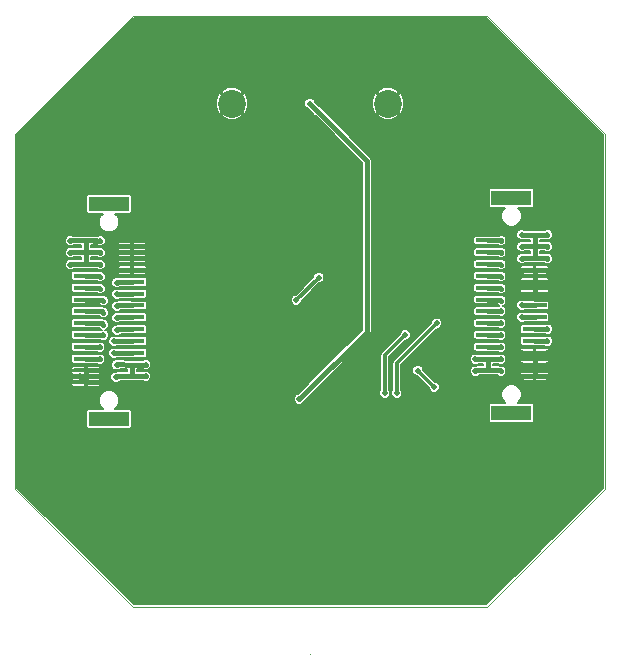
<source format=gbl>
G04 (created by PCBNEW (2013-09-06 BZR 4312)-stable) date K 13 nov   2013 22:22:55 EET*
%MOIN*%
G04 Gerber Fmt 3.4, Leading zero omitted, Abs format*
%FSLAX34Y34*%
G01*
G70*
G90*
G04 APERTURE LIST*
%ADD10C,0.000787*%
%ADD11C,0.001000*%
%ADD12R,0.133858X0.051181*%
%ADD13R,0.081890X0.015748*%
%ADD14C,0.196850*%
%ADD15C,0.093000*%
%ADD16C,0.020000*%
%ADD17C,0.016000*%
%ADD18C,0.010000*%
%ADD19C,0.008000*%
%ADD20C,0.012000*%
%ADD21C,0.005000*%
G04 APERTURE END LIST*
G54D10*
G54D11*
X49213Y-56692D02*
G75*
G03X49213Y-56692I0J0D01*
G74*
G01*
X49211Y-56692D02*
X49213Y-56692D01*
X49212Y-56691D02*
X49212Y-56693D01*
X43307Y-55118D02*
X39370Y-51181D01*
X55118Y-55118D02*
X43307Y-55118D01*
X59055Y-51181D02*
X55118Y-55118D01*
X59055Y-39370D02*
X59055Y-51181D01*
X55118Y-35433D02*
X59055Y-39370D01*
X43307Y-35433D02*
X55118Y-35433D01*
X39370Y-39370D02*
X43307Y-35433D01*
X39370Y-51181D02*
X39370Y-39370D01*
G54D12*
X42503Y-41692D03*
X42503Y-48858D03*
G54D13*
X41732Y-47637D03*
X41732Y-47244D03*
X41732Y-46850D03*
X41732Y-46456D03*
X41732Y-46062D03*
X41732Y-45669D03*
X41732Y-45275D03*
X41732Y-44881D03*
X41732Y-44488D03*
X41732Y-44094D03*
X41732Y-43700D03*
X41732Y-43307D03*
X41732Y-42913D03*
X43275Y-43110D03*
X43275Y-43503D03*
X43275Y-43897D03*
X43275Y-44291D03*
X43275Y-44685D03*
X43275Y-45078D03*
X43275Y-45472D03*
X43275Y-45866D03*
X43275Y-46259D03*
X43275Y-46653D03*
X43275Y-47047D03*
X43275Y-47440D03*
G54D12*
X42503Y-48858D03*
X42503Y-41692D03*
X55921Y-48661D03*
X55921Y-41496D03*
G54D13*
X56692Y-42716D03*
X56692Y-43110D03*
X56692Y-43503D03*
X56692Y-43897D03*
X56692Y-44291D03*
X56692Y-44685D03*
X56692Y-45078D03*
X56692Y-45472D03*
X56692Y-45866D03*
X56692Y-46259D03*
X56692Y-46653D03*
X56692Y-47047D03*
X56692Y-47440D03*
X55149Y-47244D03*
X55149Y-46850D03*
X55149Y-46456D03*
X55149Y-46062D03*
X55149Y-45669D03*
X55149Y-45275D03*
X55149Y-44881D03*
X55149Y-44488D03*
X55149Y-44094D03*
X55149Y-43700D03*
X55149Y-43307D03*
X55149Y-42913D03*
G54D12*
X55921Y-41496D03*
X55921Y-48661D03*
G54D14*
X44094Y-37007D03*
X54330Y-37007D03*
X54330Y-53543D03*
X44094Y-53543D03*
G54D15*
X46600Y-38350D03*
X51800Y-38350D03*
G54D16*
X43730Y-47440D03*
X43730Y-47050D03*
X41220Y-43718D03*
X41220Y-43318D03*
X41220Y-42918D03*
X57120Y-43518D03*
X57120Y-43118D03*
X57120Y-42718D03*
X54720Y-47268D03*
X54720Y-46868D03*
X56270Y-43518D03*
X56270Y-43118D03*
X56270Y-42718D03*
X55570Y-47268D03*
X55570Y-46868D03*
X42740Y-47470D03*
X42760Y-47060D03*
X42210Y-43720D03*
X42210Y-43320D03*
X42210Y-42920D03*
X42760Y-44320D03*
X42770Y-44700D03*
X42770Y-45100D03*
X42770Y-45490D03*
X42770Y-45900D03*
X42670Y-46268D03*
X42670Y-46668D03*
X55570Y-46468D03*
X55570Y-42918D03*
X49000Y-54500D03*
X49000Y-54000D03*
X49000Y-53500D03*
X48500Y-53300D03*
X48300Y-52900D03*
X46800Y-54500D03*
X46800Y-54000D03*
X46800Y-53500D03*
X47300Y-53300D03*
X47500Y-52900D03*
X47500Y-49750D03*
X51000Y-49750D03*
X51000Y-50250D03*
X51000Y-50750D03*
X51000Y-51250D03*
X50500Y-51250D03*
X50500Y-50750D03*
X50500Y-50250D03*
X50500Y-49750D03*
X50500Y-49250D03*
X50000Y-49250D03*
X50000Y-49750D03*
X50000Y-50250D03*
X50000Y-50750D03*
X50000Y-51250D03*
X50000Y-51750D03*
X49500Y-51750D03*
X49500Y-51250D03*
X49500Y-50750D03*
X49500Y-50250D03*
X49500Y-49750D03*
X47500Y-50250D03*
X47500Y-50750D03*
X47500Y-51250D03*
X48000Y-51750D03*
X48000Y-51250D03*
X48000Y-50750D03*
X48000Y-50250D03*
X48000Y-49750D03*
X48500Y-49750D03*
X48500Y-50250D03*
X48500Y-50750D03*
X48500Y-51250D03*
X48500Y-51750D03*
X49000Y-51750D03*
X49000Y-51250D03*
X49000Y-50750D03*
X49000Y-50250D03*
X49000Y-49750D03*
X51000Y-49050D03*
X47500Y-51950D03*
X44150Y-44500D03*
X53900Y-47300D03*
X53400Y-47000D03*
X54500Y-51000D03*
X54500Y-50000D03*
X54500Y-49000D03*
X54500Y-48250D03*
X51150Y-46950D03*
X52600Y-46950D03*
X53400Y-42600D03*
X53400Y-41800D03*
X54000Y-42400D03*
X54400Y-41400D03*
X55000Y-42200D03*
X54000Y-45200D03*
X54000Y-44600D03*
X54000Y-44000D03*
X53400Y-44000D03*
X53400Y-44600D03*
X53400Y-45200D03*
X52800Y-45200D03*
X52800Y-44600D03*
X52800Y-44000D03*
X52200Y-44000D03*
X52200Y-44600D03*
X52200Y-45200D03*
X51600Y-45200D03*
X51600Y-44600D03*
X51600Y-44000D03*
X50600Y-44600D03*
X50600Y-44000D03*
X50000Y-44000D03*
X48000Y-43200D03*
X49000Y-43200D03*
X49000Y-43800D03*
X48400Y-43600D03*
X44750Y-43750D03*
X46200Y-43800D03*
X46800Y-43600D03*
X46800Y-44400D03*
X46200Y-44400D03*
X45600Y-44400D03*
X44800Y-48400D03*
X46400Y-47600D03*
X45600Y-47600D03*
X45000Y-47600D03*
X47000Y-48600D03*
X46400Y-48600D03*
X45800Y-48600D03*
X45200Y-48600D03*
X44200Y-49000D03*
X43600Y-49000D03*
X43600Y-48400D03*
X43200Y-48200D03*
X41750Y-48250D03*
X40500Y-47000D03*
X40500Y-47750D03*
X40500Y-48500D03*
X40500Y-49500D03*
X40750Y-50750D03*
X44000Y-42500D03*
X44750Y-41500D03*
X44750Y-42000D03*
X44750Y-43000D03*
X45500Y-43000D03*
X45500Y-42000D03*
X45500Y-41000D03*
X41500Y-42500D03*
X41000Y-42000D03*
X41000Y-41000D03*
X42000Y-41000D03*
X43000Y-41000D03*
X44000Y-41000D03*
X41500Y-39000D03*
X42500Y-39000D03*
X43500Y-39000D03*
X44500Y-39000D03*
X45500Y-39000D03*
X56000Y-40000D03*
X55000Y-40000D03*
X54000Y-40000D03*
X53000Y-40000D03*
X52000Y-40000D03*
X41000Y-40000D03*
X42000Y-40000D03*
X43000Y-40000D03*
X44000Y-40000D03*
X45000Y-40000D03*
X46000Y-40000D03*
X47000Y-40000D03*
X48000Y-40000D03*
X49000Y-40000D03*
X50000Y-40000D03*
X53000Y-39000D03*
X54000Y-39000D03*
X55000Y-39000D03*
X56000Y-39000D03*
X57000Y-39000D03*
X57750Y-46250D03*
X57750Y-45250D03*
X57750Y-44250D03*
X57750Y-43250D03*
X57750Y-42250D03*
X57500Y-48250D03*
X57500Y-49000D03*
X57500Y-50000D03*
X57500Y-51000D03*
X57750Y-47250D03*
X57750Y-40250D03*
X57750Y-41250D03*
X57000Y-40000D03*
X55500Y-49250D03*
X56500Y-49250D03*
X56000Y-52500D03*
X56500Y-52000D03*
X56500Y-51000D03*
X56500Y-50000D03*
X55500Y-50000D03*
X55500Y-51000D03*
X55500Y-52000D03*
X53000Y-54000D03*
X52000Y-54000D03*
X51000Y-54000D03*
X50000Y-54000D03*
X49500Y-53000D03*
X50500Y-53000D03*
X51500Y-53000D03*
X54500Y-52000D03*
X53500Y-52500D03*
X53500Y-51500D03*
X53500Y-50500D03*
X53500Y-49500D03*
X53500Y-48500D03*
X52500Y-48000D03*
X52500Y-49000D03*
X52500Y-50000D03*
X52500Y-51000D03*
X52500Y-52000D03*
X52500Y-53000D03*
X44500Y-52000D03*
X43500Y-52000D03*
X42500Y-52000D03*
X41500Y-52000D03*
X41500Y-51000D03*
X42500Y-51000D03*
X43500Y-51000D03*
X44500Y-51000D03*
X45500Y-51000D03*
X45500Y-52000D03*
X45500Y-53000D03*
X45500Y-54000D03*
X46500Y-54000D03*
X46500Y-53000D03*
X46500Y-52000D03*
X46500Y-51000D03*
X46000Y-50000D03*
X45000Y-50000D03*
X44000Y-50000D03*
X43000Y-50000D03*
X42000Y-50000D03*
X41000Y-50000D03*
X58400Y-51200D03*
X58000Y-51600D03*
X57600Y-52000D03*
X57200Y-52400D03*
X56800Y-52800D03*
X56400Y-53200D03*
X56000Y-53600D03*
X55600Y-54000D03*
X55200Y-54400D03*
X54800Y-54800D03*
X40000Y-39400D03*
X40400Y-39000D03*
X40800Y-38600D03*
X41200Y-38200D03*
X41600Y-37800D03*
X42000Y-37400D03*
X42400Y-37000D03*
X42800Y-36600D03*
X43200Y-36200D03*
X43600Y-35800D03*
X43200Y-54400D03*
X42800Y-54000D03*
X42400Y-53600D03*
X42000Y-53200D03*
X41600Y-52800D03*
X41200Y-52400D03*
X40800Y-52000D03*
X40400Y-51600D03*
X40000Y-51200D03*
X39800Y-50600D03*
X43600Y-54800D03*
X39800Y-39800D03*
X39800Y-40400D03*
X39800Y-41000D03*
X39800Y-41600D03*
X39800Y-42200D03*
X39800Y-42800D03*
X39800Y-43400D03*
X39800Y-44000D03*
X39800Y-44600D03*
X39800Y-45200D03*
X39800Y-45800D03*
X39800Y-46400D03*
X39800Y-47000D03*
X39800Y-47600D03*
X39800Y-48200D03*
X39800Y-48800D03*
X39800Y-49400D03*
X39800Y-50000D03*
X54400Y-35800D03*
X53800Y-35800D03*
X53200Y-35800D03*
X52600Y-35800D03*
X52000Y-35800D03*
X51400Y-35800D03*
X50800Y-35800D03*
X50200Y-35800D03*
X49600Y-35800D03*
X49000Y-35800D03*
X48400Y-35800D03*
X47800Y-35800D03*
X47200Y-35800D03*
X46600Y-35800D03*
X46000Y-35800D03*
X45400Y-35800D03*
X44800Y-35800D03*
X44200Y-35800D03*
X55000Y-35800D03*
X55400Y-36200D03*
X55800Y-36600D03*
X56200Y-37000D03*
X56600Y-37400D03*
X57000Y-37800D03*
X57400Y-38200D03*
X57800Y-38600D03*
X58200Y-39000D03*
X58600Y-39400D03*
X58600Y-50800D03*
X58600Y-50200D03*
X58600Y-49600D03*
X58600Y-49000D03*
X58600Y-48400D03*
X58600Y-47800D03*
X58600Y-47200D03*
X58600Y-46600D03*
X58600Y-46000D03*
X58600Y-45400D03*
X58600Y-44800D03*
X58600Y-44200D03*
X58600Y-43600D03*
X58600Y-43000D03*
X58600Y-42400D03*
X58600Y-41800D03*
X58600Y-41200D03*
X58600Y-40600D03*
X58600Y-40000D03*
X44600Y-54800D03*
X45200Y-54800D03*
X45800Y-54800D03*
X46400Y-54800D03*
X47000Y-54800D03*
X47600Y-54800D03*
X48200Y-54800D03*
X48800Y-54800D03*
X49400Y-54800D03*
X50000Y-54800D03*
X50600Y-54800D03*
X51200Y-54800D03*
X51800Y-54800D03*
X52400Y-54800D03*
X53000Y-54800D03*
X53600Y-54800D03*
X54200Y-54800D03*
X46400Y-40850D03*
X46500Y-41150D03*
X50600Y-42400D03*
X49700Y-42300D03*
X48950Y-42850D03*
X48450Y-42850D03*
X48100Y-42300D03*
X45300Y-46600D03*
X44800Y-46600D03*
X45450Y-46100D03*
X46900Y-47100D03*
X46600Y-47100D03*
X48350Y-51950D03*
X51000Y-48200D03*
X48450Y-48000D03*
X48950Y-47700D03*
X48950Y-47000D03*
X49150Y-45300D03*
X48750Y-45300D03*
X48300Y-45550D03*
X41540Y-47440D03*
X42200Y-47640D03*
X43770Y-43918D03*
X43770Y-43518D03*
X43770Y-43118D03*
X57120Y-44718D03*
X57120Y-44318D03*
X57120Y-43918D03*
X57120Y-47468D03*
X57120Y-47068D03*
X57120Y-46668D03*
X56270Y-47468D03*
X56270Y-47068D03*
X56270Y-46668D03*
X56270Y-44718D03*
X56270Y-44318D03*
X56270Y-43918D03*
X42760Y-43920D03*
X42770Y-43520D03*
X42780Y-43120D03*
X42200Y-47270D03*
X49450Y-38600D03*
X48850Y-48200D03*
X49200Y-38350D03*
X42200Y-46870D03*
X42200Y-46470D03*
X42320Y-46068D03*
X42320Y-45718D03*
X42320Y-45318D03*
X42320Y-44918D03*
X42210Y-44520D03*
X42210Y-44120D03*
X56270Y-45068D03*
X56270Y-45468D03*
X57120Y-45868D03*
X53430Y-45670D03*
X52100Y-48000D03*
X49500Y-44150D03*
X48750Y-44900D03*
X55570Y-45668D03*
X51700Y-48000D03*
X52380Y-46060D03*
X55570Y-46068D03*
X55570Y-44918D03*
X55570Y-43718D03*
X55570Y-44518D03*
X55570Y-43318D03*
X55570Y-45268D03*
X55570Y-44118D03*
X53350Y-47800D03*
X52800Y-47250D03*
X57120Y-46268D03*
G54D17*
X43275Y-47440D02*
X43729Y-47440D01*
X43729Y-47440D02*
X43730Y-47440D01*
X43275Y-47047D02*
X43727Y-47047D01*
X43727Y-47047D02*
X43730Y-47050D01*
G54D18*
X43275Y-47440D02*
X43297Y-47440D01*
G54D17*
X41237Y-43700D02*
X41732Y-43700D01*
X41220Y-43718D02*
X41237Y-43700D01*
X41732Y-43307D02*
X41231Y-43307D01*
X41231Y-43307D02*
X41220Y-43318D01*
X41224Y-42913D02*
X41732Y-42913D01*
X41220Y-42918D02*
X41224Y-42913D01*
X43275Y-47047D02*
X43275Y-47440D01*
G54D18*
X43275Y-47047D02*
X43309Y-47047D01*
G54D17*
X57120Y-43518D02*
X57105Y-43503D01*
X57105Y-43503D02*
X56692Y-43503D01*
X56692Y-43110D02*
X57112Y-43110D01*
X57112Y-43110D02*
X57120Y-43118D01*
X57118Y-42716D02*
X56692Y-42716D01*
X57120Y-42718D02*
X57118Y-42716D01*
X54744Y-47244D02*
X55149Y-47244D01*
X54720Y-47268D02*
X54744Y-47244D01*
X55149Y-46850D02*
X54737Y-46850D01*
X54737Y-46850D02*
X54720Y-46868D01*
X56270Y-43518D02*
X56284Y-43503D01*
X56284Y-43503D02*
X56692Y-43503D01*
X56692Y-43110D02*
X56277Y-43110D01*
X56277Y-43110D02*
X56270Y-43118D01*
X56271Y-42716D02*
X56692Y-42716D01*
X56270Y-42718D02*
X56271Y-42716D01*
X56692Y-42716D02*
X56692Y-43110D01*
X56692Y-43110D02*
X56692Y-43503D01*
X55149Y-46850D02*
X55149Y-47244D01*
X55570Y-47268D02*
X55546Y-47244D01*
X55546Y-47244D02*
X55149Y-47244D01*
X55149Y-46850D02*
X55552Y-46850D01*
X55552Y-46850D02*
X55570Y-46868D01*
X42767Y-47442D02*
X43275Y-47440D01*
X42740Y-47470D02*
X42767Y-47442D01*
X43275Y-47047D02*
X42780Y-47039D01*
X42780Y-47039D02*
X42760Y-47060D01*
X41732Y-43700D02*
X41732Y-43307D01*
X41732Y-43307D02*
X41732Y-42913D01*
X41732Y-43700D02*
X42192Y-43702D01*
X42192Y-43702D02*
X42210Y-43720D01*
X42210Y-43320D02*
X42198Y-43308D01*
X42198Y-43308D02*
X41732Y-43307D01*
X42205Y-42915D02*
X41732Y-42913D01*
X42210Y-42920D02*
X42205Y-42915D01*
X42786Y-44293D02*
X43275Y-44291D01*
X42760Y-44320D02*
X42786Y-44293D01*
X43275Y-44685D02*
X42784Y-44685D01*
X42784Y-44685D02*
X42770Y-44700D01*
X43275Y-45078D02*
X42791Y-45078D01*
X42791Y-45078D02*
X42770Y-45100D01*
X43275Y-45472D02*
X42787Y-45472D01*
X42787Y-45472D02*
X42770Y-45490D01*
X42774Y-45494D02*
X42770Y-45490D01*
X43275Y-45866D02*
X42803Y-45866D01*
X42803Y-45866D02*
X42770Y-45900D01*
X42770Y-45900D02*
X42771Y-45898D01*
X43275Y-46259D02*
X42678Y-46259D01*
X42678Y-46259D02*
X42670Y-46268D01*
X42684Y-46653D02*
X43275Y-46653D01*
X42670Y-46668D02*
X42684Y-46653D01*
X55558Y-46456D02*
X55149Y-46456D01*
X55570Y-46468D02*
X55558Y-46456D01*
X55149Y-42913D02*
X55565Y-42913D01*
X55565Y-42913D02*
X55570Y-42918D01*
G54D19*
X47500Y-52900D02*
X48300Y-52900D01*
X49000Y-54000D02*
X49000Y-54500D01*
X48800Y-53300D02*
X49000Y-53500D01*
X48500Y-53300D02*
X48800Y-53300D01*
X46800Y-53500D02*
X46800Y-54000D01*
X47300Y-53100D02*
X47300Y-53300D01*
X47500Y-52900D02*
X47300Y-53100D01*
X51000Y-49750D02*
X51000Y-50250D01*
X51000Y-50750D02*
X51000Y-51250D01*
X50500Y-51250D02*
X50500Y-50750D01*
X50500Y-50250D02*
X50500Y-49750D01*
X50500Y-49250D02*
X50000Y-49250D01*
X50000Y-49750D02*
X50000Y-50250D01*
X50000Y-50750D02*
X50000Y-51250D01*
X50000Y-51750D02*
X49500Y-51750D01*
X49500Y-51250D02*
X49500Y-50750D01*
X49500Y-50250D02*
X49500Y-49750D01*
X47500Y-50750D02*
X47500Y-50250D01*
X48000Y-51750D02*
X47500Y-51250D01*
X48000Y-50750D02*
X48000Y-51250D01*
X48000Y-49750D02*
X48000Y-50250D01*
X48500Y-50250D02*
X48500Y-49750D01*
X48500Y-51250D02*
X48500Y-50750D01*
X49000Y-51750D02*
X48500Y-51750D01*
X49000Y-50750D02*
X49000Y-51250D01*
X49000Y-49750D02*
X49000Y-50250D01*
X45600Y-44400D02*
X44250Y-44400D01*
X44250Y-44400D02*
X44150Y-44500D01*
X53400Y-47000D02*
X52650Y-47000D01*
X54500Y-47900D02*
X53900Y-47300D01*
X54500Y-48250D02*
X54500Y-49000D01*
X54500Y-52000D02*
X54500Y-51000D01*
X54500Y-50000D02*
X54500Y-49000D01*
X54500Y-48250D02*
X54500Y-47900D01*
X52650Y-47000D02*
X52600Y-46950D01*
X54000Y-42400D02*
X54800Y-42400D01*
X53400Y-41800D02*
X54000Y-42400D01*
X53400Y-44000D02*
X53400Y-42600D01*
X54800Y-42400D02*
X55000Y-42200D01*
X54000Y-44000D02*
X54000Y-44600D01*
X53400Y-44600D02*
X53400Y-44000D01*
X52800Y-45200D02*
X53400Y-45200D01*
X52800Y-44000D02*
X52800Y-44600D01*
X52200Y-44600D02*
X52200Y-44000D01*
X51600Y-45200D02*
X52200Y-45200D01*
X51600Y-44000D02*
X51600Y-44600D01*
X49000Y-43800D02*
X49800Y-43800D01*
X50600Y-44000D02*
X50600Y-44600D01*
X49800Y-43800D02*
X50000Y-44000D01*
X47400Y-43800D02*
X48000Y-43200D01*
X49000Y-43200D02*
X49000Y-43800D01*
X46800Y-43600D02*
X47400Y-43800D01*
X44750Y-43750D02*
X44950Y-43750D01*
X44750Y-43000D02*
X44750Y-43750D01*
X46800Y-43600D02*
X46200Y-43800D01*
X46200Y-44400D02*
X46800Y-44400D01*
X44950Y-43750D02*
X45600Y-44400D01*
X44800Y-48400D02*
X44800Y-47800D01*
X45600Y-47600D02*
X46400Y-47600D01*
X44800Y-47800D02*
X45000Y-47600D01*
X44800Y-48400D02*
X44400Y-48000D01*
X46000Y-49600D02*
X47000Y-48600D01*
X46400Y-48600D02*
X45800Y-48600D01*
X45200Y-48600D02*
X45000Y-48400D01*
X45000Y-48400D02*
X44800Y-48400D01*
X46000Y-50000D02*
X46000Y-49600D01*
X43600Y-48400D02*
X43600Y-49000D01*
X43400Y-48000D02*
X43200Y-48200D01*
X44400Y-48000D02*
X43400Y-48000D01*
X40500Y-48500D02*
X41500Y-48500D01*
X41500Y-48500D02*
X41750Y-48250D01*
X40500Y-47750D02*
X40500Y-47000D01*
X40500Y-49500D02*
X40500Y-48500D01*
X41000Y-50000D02*
X41000Y-50500D01*
X41000Y-50500D02*
X40750Y-50750D01*
X44000Y-41000D02*
X45500Y-41000D01*
X44750Y-43000D02*
X44750Y-42000D01*
X45500Y-42000D02*
X45500Y-43000D01*
X44000Y-40000D02*
X44000Y-41000D01*
X41000Y-41000D02*
X41000Y-42000D01*
X43000Y-41000D02*
X42000Y-41000D01*
X43500Y-39000D02*
X42500Y-39000D01*
X45500Y-39000D02*
X44500Y-39000D01*
X56000Y-40000D02*
X55000Y-40000D01*
X54000Y-40000D02*
X53000Y-40000D01*
X42000Y-40000D02*
X41000Y-40000D01*
X44000Y-40000D02*
X43000Y-40000D01*
X46000Y-40000D02*
X45000Y-40000D01*
X48000Y-40000D02*
X47000Y-40000D01*
X50000Y-40000D02*
X49000Y-40000D01*
X55000Y-39000D02*
X54000Y-39000D01*
X57000Y-39000D02*
X56000Y-39000D01*
X58000Y-40000D02*
X57000Y-40000D01*
X57750Y-42250D02*
X57750Y-41250D01*
X57750Y-46250D02*
X57750Y-45250D01*
X57750Y-44250D02*
X57750Y-43250D01*
X57500Y-48250D02*
X57500Y-47500D01*
X57500Y-51000D02*
X57500Y-50000D01*
X57500Y-47500D02*
X57750Y-47250D01*
X58000Y-40000D02*
X57750Y-40250D01*
X56500Y-50000D02*
X56500Y-49250D01*
X54500Y-52000D02*
X55500Y-52000D01*
X56500Y-52000D02*
X56000Y-52500D01*
X56500Y-50000D02*
X56500Y-51000D01*
X55500Y-51000D02*
X55500Y-50000D01*
X51500Y-53000D02*
X52500Y-53000D01*
X53000Y-54000D02*
X52000Y-54000D01*
X51000Y-54000D02*
X50000Y-54000D01*
X49500Y-53000D02*
X50500Y-53000D01*
X53500Y-51500D02*
X53500Y-52500D01*
X53500Y-49500D02*
X53500Y-50500D01*
X53000Y-48500D02*
X53500Y-48500D01*
X52500Y-48000D02*
X53000Y-48500D01*
X52500Y-50000D02*
X52500Y-49000D01*
X52500Y-52000D02*
X52500Y-51000D01*
X43500Y-52000D02*
X44500Y-52000D01*
X41500Y-52000D02*
X42500Y-52000D01*
X42500Y-51000D02*
X41500Y-51000D01*
X44500Y-51000D02*
X43500Y-51000D01*
X45500Y-52000D02*
X45500Y-51000D01*
X45500Y-54000D02*
X45500Y-53000D01*
X46500Y-53000D02*
X46500Y-54000D01*
X46500Y-51000D02*
X46500Y-52000D01*
X45000Y-50000D02*
X46000Y-50000D01*
X43000Y-50000D02*
X44000Y-50000D01*
X41000Y-50000D02*
X42000Y-50000D01*
X58400Y-51200D02*
X58000Y-51600D01*
X57600Y-52000D02*
X57200Y-52400D01*
X56800Y-52800D02*
X56400Y-53200D01*
X56000Y-53600D02*
X55600Y-54000D01*
X55200Y-54400D02*
X54800Y-54800D01*
X58600Y-39400D02*
X58600Y-40000D01*
X43600Y-35800D02*
X44200Y-35800D01*
X39800Y-39600D02*
X40000Y-39400D01*
X40400Y-39000D02*
X40800Y-38600D01*
X41200Y-38200D02*
X41600Y-37800D01*
X42000Y-37400D02*
X42400Y-37000D01*
X42800Y-36600D02*
X43200Y-36200D01*
X39800Y-50600D02*
X39800Y-50000D01*
X42800Y-54000D02*
X42400Y-53600D01*
X42000Y-53200D02*
X41600Y-52800D01*
X41200Y-52400D02*
X40800Y-52000D01*
X40400Y-51600D02*
X40000Y-51200D01*
X43600Y-54800D02*
X43200Y-54400D01*
X39800Y-41000D02*
X39800Y-40400D01*
X39800Y-42200D02*
X39800Y-41600D01*
X39800Y-43400D02*
X39800Y-42800D01*
X39800Y-44600D02*
X39800Y-44000D01*
X39800Y-45800D02*
X39800Y-45200D01*
X39800Y-47000D02*
X39800Y-46400D01*
X39800Y-48200D02*
X39800Y-47600D01*
X39800Y-49400D02*
X39800Y-48800D01*
X39800Y-39800D02*
X39800Y-39600D01*
X53200Y-35800D02*
X53800Y-35800D01*
X52000Y-35800D02*
X52600Y-35800D01*
X50800Y-35800D02*
X51400Y-35800D01*
X49600Y-35800D02*
X50200Y-35800D01*
X48400Y-35800D02*
X49000Y-35800D01*
X47200Y-35800D02*
X47800Y-35800D01*
X46000Y-35800D02*
X46600Y-35800D01*
X44800Y-35800D02*
X45400Y-35800D01*
X54400Y-35800D02*
X55000Y-35800D01*
X55400Y-36200D02*
X55800Y-36600D01*
X56200Y-37000D02*
X56600Y-37400D01*
X57000Y-37800D02*
X57400Y-38200D01*
X57800Y-38600D02*
X58200Y-39000D01*
X58600Y-50200D02*
X58600Y-50800D01*
X58600Y-49000D02*
X58600Y-49600D01*
X58600Y-47800D02*
X58600Y-48400D01*
X58600Y-46600D02*
X58600Y-47200D01*
X58600Y-45400D02*
X58600Y-46000D01*
X58600Y-44200D02*
X58600Y-44800D01*
X58600Y-43000D02*
X58600Y-43600D01*
X58600Y-41800D02*
X58600Y-42400D01*
X58600Y-40600D02*
X58600Y-41200D01*
X44600Y-54800D02*
X43600Y-54800D01*
X45800Y-54800D02*
X45200Y-54800D01*
X47000Y-54800D02*
X46400Y-54800D01*
X48200Y-54800D02*
X47600Y-54800D01*
X49400Y-54800D02*
X48800Y-54800D01*
X50600Y-54800D02*
X50000Y-54800D01*
X51800Y-54800D02*
X51200Y-54800D01*
X53000Y-54800D02*
X52400Y-54800D01*
X54200Y-54800D02*
X53600Y-54800D01*
G54D17*
X41550Y-47450D02*
X41732Y-47450D01*
X41540Y-47440D02*
X41550Y-47450D01*
X41732Y-47244D02*
X41732Y-47450D01*
X41732Y-47450D02*
X41732Y-47637D01*
X42200Y-47640D02*
X42197Y-47637D01*
X42197Y-47637D02*
X41732Y-47637D01*
X43275Y-43897D02*
X43749Y-43897D01*
X43749Y-43897D02*
X43770Y-43918D01*
X43755Y-43503D02*
X43275Y-43503D01*
X43770Y-43518D02*
X43755Y-43503D01*
X43275Y-43110D02*
X43762Y-43110D01*
X43762Y-43110D02*
X43770Y-43118D01*
G54D18*
X41634Y-47244D02*
X41732Y-47244D01*
G54D17*
X56692Y-44685D02*
X57087Y-44685D01*
X57087Y-44685D02*
X57120Y-44718D01*
X57093Y-44291D02*
X56692Y-44291D01*
X57120Y-44318D02*
X57093Y-44291D01*
X56692Y-43897D02*
X57099Y-43897D01*
X57099Y-43897D02*
X57120Y-43918D01*
X56692Y-47440D02*
X57092Y-47440D01*
X57092Y-47440D02*
X57120Y-47468D01*
X57099Y-47047D02*
X56692Y-47047D01*
X57120Y-47068D02*
X57099Y-47047D01*
X56692Y-46653D02*
X57105Y-46653D01*
X57105Y-46653D02*
X57120Y-46668D01*
X56297Y-47440D02*
X56692Y-47440D01*
X56270Y-47468D02*
X56297Y-47440D01*
X56692Y-47047D02*
X56290Y-47047D01*
X56290Y-47047D02*
X56270Y-47068D01*
X56284Y-46653D02*
X56692Y-46653D01*
X56270Y-46668D02*
X56284Y-46653D01*
X56692Y-46653D02*
X56692Y-47047D01*
X56692Y-47047D02*
X56692Y-47440D01*
X56303Y-44685D02*
X56692Y-44685D01*
X56270Y-44718D02*
X56303Y-44685D01*
X56692Y-44291D02*
X56296Y-44291D01*
X56296Y-44291D02*
X56270Y-44318D01*
X56692Y-44685D02*
X56692Y-44291D01*
X56692Y-44291D02*
X56692Y-43897D01*
X56692Y-43897D02*
X56290Y-43897D01*
X56290Y-43897D02*
X56270Y-43918D01*
X43275Y-43897D02*
X42780Y-43899D01*
X42780Y-43899D02*
X42760Y-43920D01*
X42784Y-43505D02*
X43275Y-43503D01*
X42770Y-43520D02*
X42784Y-43505D01*
X43275Y-43110D02*
X42787Y-43112D01*
X42787Y-43112D02*
X42780Y-43120D01*
X42200Y-47270D02*
X42175Y-47245D01*
X42175Y-47245D02*
X41732Y-47244D01*
X51100Y-40250D02*
X49450Y-38600D01*
X51100Y-45950D02*
X51100Y-40250D01*
X48850Y-48200D02*
X51100Y-45950D01*
X49450Y-38600D02*
X49200Y-38350D01*
X41732Y-46850D02*
X42182Y-46852D01*
X42182Y-46852D02*
X42200Y-46870D01*
X42188Y-46458D02*
X41732Y-46456D01*
X42200Y-46470D02*
X42188Y-46458D01*
X41732Y-46062D02*
X42314Y-46062D01*
X42314Y-46062D02*
X42320Y-46068D01*
X42271Y-45669D02*
X41732Y-45669D01*
X42320Y-45718D02*
X42271Y-45669D01*
X41732Y-45275D02*
X42277Y-45275D01*
X42277Y-45275D02*
X42320Y-45318D01*
X42283Y-44881D02*
X41732Y-44881D01*
X42320Y-44918D02*
X42283Y-44881D01*
X41732Y-44488D02*
X42180Y-44490D01*
X42180Y-44490D02*
X42210Y-44520D01*
X42186Y-44096D02*
X41732Y-44094D01*
X42210Y-44120D02*
X42186Y-44096D01*
X56692Y-45078D02*
X56280Y-45078D01*
X56280Y-45078D02*
X56270Y-45068D01*
X56274Y-45472D02*
X56692Y-45472D01*
X56270Y-45468D02*
X56274Y-45472D01*
X56692Y-45866D02*
X57118Y-45866D01*
X57118Y-45866D02*
X57120Y-45868D01*
G54D20*
X52100Y-47100D02*
X52100Y-47000D01*
X52100Y-48000D02*
X52100Y-47100D01*
X52100Y-47000D02*
X53200Y-45900D01*
X53200Y-45900D02*
X53430Y-45670D01*
X48750Y-44900D02*
X49500Y-44150D01*
G54D17*
X55568Y-45669D02*
X55149Y-45669D01*
X55570Y-45668D02*
X55568Y-45669D01*
G54D20*
X51700Y-48000D02*
X51700Y-46740D01*
X51700Y-46740D02*
X52380Y-46060D01*
G54D17*
X55149Y-46062D02*
X55564Y-46062D01*
X55564Y-46062D02*
X55570Y-46068D01*
X55533Y-44881D02*
X55149Y-44881D01*
X55570Y-44918D02*
X55533Y-44881D01*
X55149Y-43700D02*
X55552Y-43700D01*
X55552Y-43700D02*
X55570Y-43718D01*
X55149Y-44488D02*
X55540Y-44488D01*
X55540Y-44488D02*
X55570Y-44518D01*
X55559Y-43307D02*
X55149Y-43307D01*
X55570Y-43318D02*
X55559Y-43307D01*
X55149Y-45275D02*
X55562Y-45275D01*
X55562Y-45275D02*
X55570Y-45268D01*
X55546Y-44094D02*
X55149Y-44094D01*
X55570Y-44118D02*
X55546Y-44094D01*
G54D20*
X52800Y-47250D02*
X53350Y-47800D01*
G54D17*
X57111Y-46259D02*
X56692Y-46259D01*
X57120Y-46268D02*
X57111Y-46259D01*
G54D10*
G36*
X58975Y-51147D02*
X57305Y-52817D01*
X57305Y-46231D01*
X57305Y-45831D01*
X57305Y-43481D01*
X57277Y-43413D01*
X57225Y-43361D01*
X57157Y-43333D01*
X57083Y-43333D01*
X57069Y-43338D01*
X56857Y-43338D01*
X56857Y-43275D01*
X57016Y-43275D01*
X57083Y-43303D01*
X57156Y-43303D01*
X57224Y-43275D01*
X57276Y-43223D01*
X57305Y-43155D01*
X57305Y-43081D01*
X57277Y-43013D01*
X57225Y-42961D01*
X57157Y-42933D01*
X57083Y-42933D01*
X57054Y-42945D01*
X56857Y-42945D01*
X56857Y-42881D01*
X57031Y-42881D01*
X57083Y-42903D01*
X57156Y-42903D01*
X57224Y-42875D01*
X57276Y-42823D01*
X57305Y-42755D01*
X57305Y-42681D01*
X57277Y-42613D01*
X57225Y-42561D01*
X57157Y-42533D01*
X57083Y-42533D01*
X57038Y-42551D01*
X56692Y-42551D01*
X56675Y-42551D01*
X56675Y-41768D01*
X56675Y-41735D01*
X56675Y-41223D01*
X56662Y-41192D01*
X56638Y-41168D01*
X56607Y-41155D01*
X56573Y-41155D01*
X55235Y-41155D01*
X55203Y-41168D01*
X55179Y-41192D01*
X55166Y-41223D01*
X55166Y-41257D01*
X55166Y-41768D01*
X55179Y-41800D01*
X55203Y-41824D01*
X55235Y-41836D01*
X55268Y-41836D01*
X55708Y-41836D01*
X55632Y-41912D01*
X55580Y-42038D01*
X55580Y-42173D01*
X55632Y-42299D01*
X55727Y-42395D01*
X55853Y-42447D01*
X55988Y-42447D01*
X56114Y-42395D01*
X56210Y-42299D01*
X56262Y-42174D01*
X56262Y-42038D01*
X56210Y-41913D01*
X56134Y-41836D01*
X56607Y-41836D01*
X56638Y-41824D01*
X56662Y-41800D01*
X56675Y-41768D01*
X56675Y-42551D01*
X56351Y-42551D01*
X56307Y-42533D01*
X56233Y-42533D01*
X56165Y-42561D01*
X56113Y-42613D01*
X56085Y-42681D01*
X56085Y-42754D01*
X56113Y-42822D01*
X56165Y-42874D01*
X56233Y-42903D01*
X56306Y-42903D01*
X56359Y-42881D01*
X56527Y-42881D01*
X56527Y-42945D01*
X56336Y-42945D01*
X56307Y-42933D01*
X56233Y-42933D01*
X56165Y-42961D01*
X56113Y-43013D01*
X56085Y-43081D01*
X56085Y-43154D01*
X56113Y-43222D01*
X56165Y-43274D01*
X56233Y-43303D01*
X56306Y-43303D01*
X56374Y-43275D01*
X56527Y-43275D01*
X56527Y-43338D01*
X56320Y-43338D01*
X56307Y-43333D01*
X56233Y-43333D01*
X56165Y-43361D01*
X56113Y-43413D01*
X56085Y-43481D01*
X56085Y-43554D01*
X56113Y-43622D01*
X56165Y-43674D01*
X56233Y-43703D01*
X56306Y-43703D01*
X56374Y-43675D01*
X56380Y-43668D01*
X56692Y-43668D01*
X57009Y-43668D01*
X57015Y-43674D01*
X57083Y-43703D01*
X57156Y-43703D01*
X57224Y-43675D01*
X57276Y-43623D01*
X57305Y-43555D01*
X57305Y-43481D01*
X57305Y-45831D01*
X57277Y-45763D01*
X57225Y-45711D01*
X57187Y-45695D01*
X57187Y-45568D01*
X57187Y-45534D01*
X57187Y-45376D01*
X57187Y-45174D01*
X57187Y-45140D01*
X57187Y-44983D01*
X57177Y-44958D01*
X57177Y-44778D01*
X57177Y-44728D01*
X57177Y-44641D01*
X57177Y-44591D01*
X57177Y-44384D01*
X57177Y-44335D01*
X57177Y-44247D01*
X57177Y-44197D01*
X57177Y-43991D01*
X57177Y-43941D01*
X57177Y-43853D01*
X57177Y-43803D01*
X57165Y-43776D01*
X57144Y-43755D01*
X57117Y-43743D01*
X57087Y-43743D01*
X56736Y-43743D01*
X56717Y-43762D01*
X56717Y-43872D01*
X57158Y-43872D01*
X57177Y-43853D01*
X57177Y-43941D01*
X57158Y-43922D01*
X56717Y-43922D01*
X56717Y-44032D01*
X56736Y-44051D01*
X57087Y-44051D01*
X57117Y-44051D01*
X57144Y-44039D01*
X57165Y-44018D01*
X57177Y-43991D01*
X57177Y-44197D01*
X57165Y-44170D01*
X57144Y-44149D01*
X57117Y-44137D01*
X57087Y-44137D01*
X56736Y-44137D01*
X56717Y-44156D01*
X56717Y-44266D01*
X57158Y-44266D01*
X57177Y-44247D01*
X57177Y-44335D01*
X57158Y-44316D01*
X56717Y-44316D01*
X56717Y-44426D01*
X56736Y-44445D01*
X57087Y-44445D01*
X57117Y-44445D01*
X57144Y-44433D01*
X57165Y-44412D01*
X57177Y-44384D01*
X57177Y-44591D01*
X57165Y-44563D01*
X57144Y-44542D01*
X57117Y-44531D01*
X57087Y-44531D01*
X56736Y-44531D01*
X56717Y-44550D01*
X56717Y-44660D01*
X57158Y-44660D01*
X57177Y-44641D01*
X57177Y-44728D01*
X57158Y-44710D01*
X56717Y-44710D01*
X56717Y-44820D01*
X56736Y-44838D01*
X57087Y-44838D01*
X57117Y-44838D01*
X57144Y-44827D01*
X57165Y-44806D01*
X57177Y-44778D01*
X57177Y-44958D01*
X57174Y-44951D01*
X57150Y-44927D01*
X57119Y-44915D01*
X57085Y-44915D01*
X56699Y-44915D01*
X56692Y-44913D01*
X56667Y-44913D01*
X56667Y-44820D01*
X56667Y-44710D01*
X56667Y-44660D01*
X56667Y-44550D01*
X56667Y-44426D01*
X56667Y-44316D01*
X56667Y-44266D01*
X56667Y-44156D01*
X56667Y-44032D01*
X56667Y-43922D01*
X56667Y-43872D01*
X56667Y-43762D01*
X56649Y-43743D01*
X56298Y-43743D01*
X56268Y-43743D01*
X56240Y-43755D01*
X56219Y-43776D01*
X56208Y-43803D01*
X56208Y-43853D01*
X56227Y-43872D01*
X56667Y-43872D01*
X56667Y-43922D01*
X56227Y-43922D01*
X56208Y-43941D01*
X56208Y-43991D01*
X56219Y-44018D01*
X56240Y-44039D01*
X56268Y-44051D01*
X56298Y-44051D01*
X56649Y-44051D01*
X56667Y-44032D01*
X56667Y-44156D01*
X56649Y-44137D01*
X56298Y-44137D01*
X56268Y-44137D01*
X56240Y-44149D01*
X56219Y-44170D01*
X56208Y-44197D01*
X56208Y-44247D01*
X56227Y-44266D01*
X56667Y-44266D01*
X56667Y-44316D01*
X56227Y-44316D01*
X56208Y-44335D01*
X56208Y-44384D01*
X56219Y-44412D01*
X56240Y-44433D01*
X56268Y-44445D01*
X56298Y-44445D01*
X56649Y-44445D01*
X56667Y-44426D01*
X56667Y-44550D01*
X56649Y-44531D01*
X56298Y-44531D01*
X56268Y-44531D01*
X56240Y-44542D01*
X56219Y-44563D01*
X56208Y-44591D01*
X56208Y-44641D01*
X56227Y-44660D01*
X56667Y-44660D01*
X56667Y-44710D01*
X56227Y-44710D01*
X56208Y-44728D01*
X56208Y-44778D01*
X56219Y-44806D01*
X56240Y-44827D01*
X56268Y-44838D01*
X56298Y-44838D01*
X56649Y-44838D01*
X56667Y-44820D01*
X56667Y-44913D01*
X56377Y-44913D01*
X56375Y-44911D01*
X56307Y-44883D01*
X56233Y-44883D01*
X56165Y-44911D01*
X56113Y-44963D01*
X56085Y-45031D01*
X56085Y-45104D01*
X56113Y-45172D01*
X56165Y-45224D01*
X56233Y-45253D01*
X56306Y-45253D01*
X56329Y-45243D01*
X56692Y-45243D01*
X56699Y-45242D01*
X57119Y-45242D01*
X57150Y-45229D01*
X57174Y-45205D01*
X57187Y-45174D01*
X57187Y-45376D01*
X57174Y-45345D01*
X57150Y-45321D01*
X57119Y-45308D01*
X57085Y-45308D01*
X56699Y-45308D01*
X56692Y-45307D01*
X56365Y-45307D01*
X56307Y-45283D01*
X56233Y-45283D01*
X56165Y-45311D01*
X56113Y-45363D01*
X56085Y-45431D01*
X56085Y-45504D01*
X56113Y-45572D01*
X56165Y-45624D01*
X56233Y-45653D01*
X56306Y-45653D01*
X56344Y-45637D01*
X56692Y-45637D01*
X56699Y-45636D01*
X57119Y-45636D01*
X57150Y-45623D01*
X57174Y-45599D01*
X57187Y-45568D01*
X57187Y-45695D01*
X57157Y-45683D01*
X57083Y-45683D01*
X57039Y-45701D01*
X56692Y-45701D01*
X56686Y-45702D01*
X56266Y-45702D01*
X56235Y-45715D01*
X56211Y-45739D01*
X56198Y-45770D01*
X56198Y-45804D01*
X56198Y-45961D01*
X56211Y-45993D01*
X56235Y-46016D01*
X56266Y-46029D01*
X56300Y-46029D01*
X56686Y-46029D01*
X56692Y-46031D01*
X57030Y-46031D01*
X57083Y-46053D01*
X57156Y-46053D01*
X57224Y-46025D01*
X57276Y-45973D01*
X57305Y-45905D01*
X57305Y-45831D01*
X57305Y-46231D01*
X57277Y-46163D01*
X57225Y-46111D01*
X57157Y-46083D01*
X57083Y-46083D01*
X57054Y-46094D01*
X56692Y-46094D01*
X56686Y-46096D01*
X56266Y-46096D01*
X56235Y-46109D01*
X56211Y-46132D01*
X56198Y-46164D01*
X56198Y-46198D01*
X56198Y-46355D01*
X56211Y-46386D01*
X56235Y-46410D01*
X56266Y-46423D01*
X56300Y-46423D01*
X56686Y-46423D01*
X56692Y-46424D01*
X57015Y-46424D01*
X57015Y-46424D01*
X57083Y-46453D01*
X57156Y-46453D01*
X57224Y-46425D01*
X57276Y-46373D01*
X57305Y-46305D01*
X57305Y-46231D01*
X57305Y-52817D01*
X57177Y-52945D01*
X57177Y-47534D01*
X57177Y-47484D01*
X57177Y-47397D01*
X57177Y-47347D01*
X57177Y-47140D01*
X57177Y-47090D01*
X57177Y-47003D01*
X57177Y-46953D01*
X57177Y-46747D01*
X57177Y-46697D01*
X57177Y-46609D01*
X57177Y-46559D01*
X57165Y-46532D01*
X57144Y-46511D01*
X57117Y-46499D01*
X57087Y-46499D01*
X56736Y-46499D01*
X56717Y-46518D01*
X56717Y-46628D01*
X57158Y-46628D01*
X57177Y-46609D01*
X57177Y-46697D01*
X57158Y-46678D01*
X56717Y-46678D01*
X56717Y-46788D01*
X56736Y-46807D01*
X57087Y-46807D01*
X57117Y-46807D01*
X57144Y-46795D01*
X57165Y-46774D01*
X57177Y-46747D01*
X57177Y-46953D01*
X57165Y-46926D01*
X57144Y-46904D01*
X57117Y-46893D01*
X57087Y-46893D01*
X56736Y-46893D01*
X56717Y-46912D01*
X56717Y-47022D01*
X57158Y-47022D01*
X57177Y-47003D01*
X57177Y-47090D01*
X57158Y-47072D01*
X56717Y-47072D01*
X56717Y-47182D01*
X56736Y-47200D01*
X57087Y-47200D01*
X57117Y-47200D01*
X57144Y-47189D01*
X57165Y-47168D01*
X57177Y-47140D01*
X57177Y-47347D01*
X57165Y-47319D01*
X57144Y-47298D01*
X57117Y-47287D01*
X57087Y-47287D01*
X56736Y-47287D01*
X56717Y-47305D01*
X56717Y-47415D01*
X57158Y-47415D01*
X57177Y-47397D01*
X57177Y-47484D01*
X57158Y-47465D01*
X56717Y-47465D01*
X56717Y-47575D01*
X56736Y-47594D01*
X57087Y-47594D01*
X57117Y-47594D01*
X57144Y-47583D01*
X57165Y-47562D01*
X57177Y-47534D01*
X57177Y-52945D01*
X56675Y-53447D01*
X56675Y-48934D01*
X56675Y-48900D01*
X56675Y-48388D01*
X56667Y-48370D01*
X56667Y-47575D01*
X56667Y-47465D01*
X56667Y-47415D01*
X56667Y-47305D01*
X56667Y-47182D01*
X56667Y-47072D01*
X56667Y-47022D01*
X56667Y-46912D01*
X56667Y-46788D01*
X56667Y-46678D01*
X56667Y-46628D01*
X56667Y-46518D01*
X56649Y-46499D01*
X56298Y-46499D01*
X56268Y-46499D01*
X56240Y-46511D01*
X56219Y-46532D01*
X56208Y-46559D01*
X56208Y-46609D01*
X56227Y-46628D01*
X56667Y-46628D01*
X56667Y-46678D01*
X56227Y-46678D01*
X56208Y-46697D01*
X56208Y-46747D01*
X56219Y-46774D01*
X56240Y-46795D01*
X56268Y-46807D01*
X56298Y-46807D01*
X56649Y-46807D01*
X56667Y-46788D01*
X56667Y-46912D01*
X56649Y-46893D01*
X56298Y-46893D01*
X56268Y-46893D01*
X56240Y-46904D01*
X56219Y-46926D01*
X56208Y-46953D01*
X56208Y-47003D01*
X56227Y-47022D01*
X56667Y-47022D01*
X56667Y-47072D01*
X56227Y-47072D01*
X56208Y-47090D01*
X56208Y-47140D01*
X56219Y-47168D01*
X56240Y-47189D01*
X56268Y-47200D01*
X56298Y-47200D01*
X56649Y-47200D01*
X56667Y-47182D01*
X56667Y-47305D01*
X56649Y-47287D01*
X56298Y-47287D01*
X56268Y-47287D01*
X56240Y-47298D01*
X56219Y-47319D01*
X56208Y-47347D01*
X56208Y-47397D01*
X56227Y-47415D01*
X56667Y-47415D01*
X56667Y-47465D01*
X56227Y-47465D01*
X56208Y-47484D01*
X56208Y-47534D01*
X56219Y-47562D01*
X56240Y-47583D01*
X56268Y-47594D01*
X56298Y-47594D01*
X56649Y-47594D01*
X56667Y-47575D01*
X56667Y-48370D01*
X56662Y-48357D01*
X56638Y-48333D01*
X56607Y-48320D01*
X56573Y-48320D01*
X56133Y-48320D01*
X56210Y-48244D01*
X56262Y-48119D01*
X56262Y-47983D01*
X56210Y-47858D01*
X56114Y-47762D01*
X55989Y-47710D01*
X55853Y-47710D01*
X55755Y-47750D01*
X55755Y-47231D01*
X55727Y-47163D01*
X55675Y-47111D01*
X55607Y-47083D01*
X55582Y-47083D01*
X55575Y-47080D01*
X55552Y-47080D01*
X55546Y-47079D01*
X55314Y-47079D01*
X55314Y-47015D01*
X55455Y-47015D01*
X55465Y-47024D01*
X55533Y-47053D01*
X55606Y-47053D01*
X55674Y-47025D01*
X55726Y-46973D01*
X55755Y-46905D01*
X55755Y-46831D01*
X55755Y-46431D01*
X55755Y-46031D01*
X55755Y-45631D01*
X55755Y-45231D01*
X55727Y-45163D01*
X55675Y-45111D01*
X55631Y-45093D01*
X55674Y-45075D01*
X55726Y-45023D01*
X55755Y-44955D01*
X55755Y-44881D01*
X55755Y-44481D01*
X55755Y-44081D01*
X55755Y-43681D01*
X55755Y-43281D01*
X55755Y-42881D01*
X55727Y-42813D01*
X55675Y-42761D01*
X55607Y-42733D01*
X55533Y-42733D01*
X55496Y-42748D01*
X55149Y-42748D01*
X55143Y-42749D01*
X54723Y-42749D01*
X54692Y-42762D01*
X54668Y-42786D01*
X54655Y-42817D01*
X54655Y-42851D01*
X54655Y-43009D01*
X54668Y-43040D01*
X54692Y-43064D01*
X54723Y-43077D01*
X54757Y-43077D01*
X55143Y-43077D01*
X55149Y-43078D01*
X55473Y-43078D01*
X55533Y-43103D01*
X55606Y-43103D01*
X55674Y-43075D01*
X55726Y-43023D01*
X55755Y-42955D01*
X55755Y-42881D01*
X55755Y-43281D01*
X55727Y-43213D01*
X55675Y-43161D01*
X55607Y-43133D01*
X55533Y-43133D01*
X55511Y-43142D01*
X55149Y-43142D01*
X55143Y-43143D01*
X54723Y-43143D01*
X54692Y-43156D01*
X54668Y-43180D01*
X54655Y-43211D01*
X54655Y-43245D01*
X54655Y-43402D01*
X54668Y-43433D01*
X54692Y-43457D01*
X54723Y-43470D01*
X54757Y-43470D01*
X55143Y-43470D01*
X55149Y-43472D01*
X55462Y-43472D01*
X55465Y-43474D01*
X55533Y-43503D01*
X55606Y-43503D01*
X55674Y-43475D01*
X55726Y-43423D01*
X55755Y-43355D01*
X55755Y-43281D01*
X55755Y-43681D01*
X55727Y-43613D01*
X55675Y-43561D01*
X55607Y-43533D01*
X55533Y-43533D01*
X55526Y-43535D01*
X55149Y-43535D01*
X55143Y-43537D01*
X54723Y-43537D01*
X54692Y-43549D01*
X54668Y-43573D01*
X54655Y-43605D01*
X54655Y-43638D01*
X54655Y-43796D01*
X54668Y-43827D01*
X54692Y-43851D01*
X54723Y-43864D01*
X54757Y-43864D01*
X55143Y-43864D01*
X55149Y-43865D01*
X55456Y-43865D01*
X55465Y-43874D01*
X55533Y-43903D01*
X55606Y-43903D01*
X55674Y-43875D01*
X55726Y-43823D01*
X55755Y-43755D01*
X55755Y-43681D01*
X55755Y-44081D01*
X55727Y-44013D01*
X55675Y-43961D01*
X55607Y-43933D01*
X55581Y-43933D01*
X55575Y-43930D01*
X55552Y-43930D01*
X55546Y-43929D01*
X55149Y-43929D01*
X55143Y-43930D01*
X54723Y-43930D01*
X54692Y-43943D01*
X54668Y-43967D01*
X54655Y-43998D01*
X54655Y-44032D01*
X54655Y-44190D01*
X54668Y-44221D01*
X54692Y-44245D01*
X54723Y-44258D01*
X54757Y-44258D01*
X55143Y-44258D01*
X55149Y-44259D01*
X55449Y-44259D01*
X55465Y-44274D01*
X55533Y-44303D01*
X55606Y-44303D01*
X55674Y-44275D01*
X55726Y-44223D01*
X55755Y-44155D01*
X55755Y-44081D01*
X55755Y-44481D01*
X55727Y-44413D01*
X55675Y-44361D01*
X55607Y-44333D01*
X55596Y-44333D01*
X55575Y-44324D01*
X55546Y-44324D01*
X55540Y-44323D01*
X55149Y-44323D01*
X55143Y-44324D01*
X54723Y-44324D01*
X54692Y-44337D01*
X54668Y-44361D01*
X54655Y-44392D01*
X54655Y-44426D01*
X54655Y-44583D01*
X54668Y-44615D01*
X54692Y-44638D01*
X54723Y-44651D01*
X54757Y-44651D01*
X55143Y-44651D01*
X55149Y-44653D01*
X55443Y-44653D01*
X55465Y-44674D01*
X55533Y-44703D01*
X55606Y-44703D01*
X55674Y-44675D01*
X55726Y-44623D01*
X55755Y-44555D01*
X55755Y-44481D01*
X55755Y-44881D01*
X55727Y-44813D01*
X55675Y-44761D01*
X55610Y-44734D01*
X55607Y-44731D01*
X55575Y-44718D01*
X55542Y-44718D01*
X55540Y-44718D01*
X55533Y-44716D01*
X55149Y-44716D01*
X55143Y-44718D01*
X54723Y-44718D01*
X54692Y-44731D01*
X54668Y-44755D01*
X54655Y-44786D01*
X54655Y-44820D01*
X54655Y-44977D01*
X54668Y-45008D01*
X54692Y-45032D01*
X54723Y-45045D01*
X54757Y-45045D01*
X55143Y-45045D01*
X55149Y-45046D01*
X55437Y-45046D01*
X55465Y-45074D01*
X55509Y-45093D01*
X55466Y-45110D01*
X55149Y-45110D01*
X55143Y-45111D01*
X54723Y-45111D01*
X54692Y-45124D01*
X54668Y-45148D01*
X54655Y-45179D01*
X54655Y-45213D01*
X54655Y-45371D01*
X54668Y-45402D01*
X54692Y-45426D01*
X54723Y-45439D01*
X54757Y-45439D01*
X55143Y-45439D01*
X55149Y-45440D01*
X55503Y-45440D01*
X55533Y-45453D01*
X55606Y-45453D01*
X55674Y-45425D01*
X55726Y-45373D01*
X55755Y-45305D01*
X55755Y-45231D01*
X55755Y-45631D01*
X55727Y-45563D01*
X55675Y-45511D01*
X55607Y-45483D01*
X55533Y-45483D01*
X55482Y-45504D01*
X55149Y-45504D01*
X55143Y-45505D01*
X54723Y-45505D01*
X54692Y-45518D01*
X54668Y-45542D01*
X54655Y-45573D01*
X54655Y-45607D01*
X54655Y-45764D01*
X54668Y-45796D01*
X54692Y-45820D01*
X54723Y-45833D01*
X54757Y-45833D01*
X55143Y-45833D01*
X55149Y-45834D01*
X55487Y-45834D01*
X55533Y-45853D01*
X55606Y-45853D01*
X55674Y-45825D01*
X55726Y-45773D01*
X55755Y-45705D01*
X55755Y-45631D01*
X55755Y-46031D01*
X55727Y-45963D01*
X55675Y-45911D01*
X55607Y-45883D01*
X55533Y-45883D01*
X55497Y-45897D01*
X55149Y-45897D01*
X55143Y-45899D01*
X54723Y-45899D01*
X54692Y-45912D01*
X54668Y-45936D01*
X54655Y-45967D01*
X54655Y-46001D01*
X54655Y-46158D01*
X54668Y-46189D01*
X54692Y-46213D01*
X54723Y-46226D01*
X54757Y-46226D01*
X55143Y-46226D01*
X55149Y-46227D01*
X55472Y-46227D01*
X55533Y-46253D01*
X55606Y-46253D01*
X55674Y-46225D01*
X55726Y-46173D01*
X55755Y-46105D01*
X55755Y-46031D01*
X55755Y-46431D01*
X55727Y-46363D01*
X55675Y-46311D01*
X55607Y-46283D01*
X55533Y-46283D01*
X55512Y-46291D01*
X55149Y-46291D01*
X55143Y-46292D01*
X54723Y-46292D01*
X54692Y-46305D01*
X54668Y-46329D01*
X54655Y-46361D01*
X54655Y-46394D01*
X54655Y-46552D01*
X54668Y-46583D01*
X54692Y-46607D01*
X54723Y-46620D01*
X54757Y-46620D01*
X55143Y-46620D01*
X55149Y-46621D01*
X55461Y-46621D01*
X55465Y-46624D01*
X55533Y-46653D01*
X55606Y-46653D01*
X55674Y-46625D01*
X55726Y-46573D01*
X55755Y-46505D01*
X55755Y-46431D01*
X55755Y-46831D01*
X55727Y-46763D01*
X55675Y-46711D01*
X55607Y-46683D01*
X55533Y-46683D01*
X55527Y-46685D01*
X55149Y-46685D01*
X54762Y-46685D01*
X54757Y-46683D01*
X54683Y-46683D01*
X54615Y-46711D01*
X54563Y-46763D01*
X54535Y-46831D01*
X54535Y-46904D01*
X54563Y-46972D01*
X54615Y-47024D01*
X54683Y-47053D01*
X54756Y-47053D01*
X54824Y-47025D01*
X54834Y-47015D01*
X54984Y-47015D01*
X54984Y-47079D01*
X54744Y-47079D01*
X54737Y-47080D01*
X54723Y-47080D01*
X54716Y-47083D01*
X54683Y-47083D01*
X54615Y-47111D01*
X54563Y-47163D01*
X54535Y-47231D01*
X54535Y-47304D01*
X54563Y-47372D01*
X54615Y-47424D01*
X54683Y-47453D01*
X54756Y-47453D01*
X54824Y-47425D01*
X54840Y-47409D01*
X55149Y-47409D01*
X55449Y-47409D01*
X55465Y-47424D01*
X55533Y-47453D01*
X55606Y-47453D01*
X55674Y-47425D01*
X55726Y-47373D01*
X55755Y-47305D01*
X55755Y-47231D01*
X55755Y-47750D01*
X55728Y-47762D01*
X55632Y-47857D01*
X55580Y-47983D01*
X55580Y-48118D01*
X55632Y-48244D01*
X55708Y-48320D01*
X55235Y-48320D01*
X55203Y-48333D01*
X55179Y-48357D01*
X55166Y-48388D01*
X55166Y-48422D01*
X55166Y-48934D01*
X55179Y-48965D01*
X55203Y-48989D01*
X55235Y-49002D01*
X55268Y-49002D01*
X56607Y-49002D01*
X56638Y-48989D01*
X56662Y-48965D01*
X56675Y-48934D01*
X56675Y-53447D01*
X55084Y-55038D01*
X53615Y-55038D01*
X53615Y-45633D01*
X53586Y-45565D01*
X53534Y-45513D01*
X53466Y-45485D01*
X53393Y-45484D01*
X53325Y-45513D01*
X53273Y-45565D01*
X53245Y-45633D01*
X53245Y-45649D01*
X53097Y-45797D01*
X53097Y-45797D01*
X52565Y-46329D01*
X52565Y-46023D01*
X52536Y-45955D01*
X52484Y-45903D01*
X52416Y-45875D01*
X52343Y-45874D01*
X52340Y-45876D01*
X52340Y-38454D01*
X52339Y-38239D01*
X52259Y-38046D01*
X52193Y-37992D01*
X52157Y-38027D01*
X52157Y-37956D01*
X52103Y-37890D01*
X51904Y-37809D01*
X51689Y-37810D01*
X51496Y-37890D01*
X51442Y-37956D01*
X51800Y-38314D01*
X52157Y-37956D01*
X52157Y-38027D01*
X51835Y-38350D01*
X52193Y-38707D01*
X52259Y-38653D01*
X52340Y-38454D01*
X52340Y-45876D01*
X52275Y-45903D01*
X52223Y-45955D01*
X52195Y-46023D01*
X52195Y-46039D01*
X52157Y-46076D01*
X52157Y-38743D01*
X51800Y-38385D01*
X51764Y-38420D01*
X51764Y-38350D01*
X51406Y-37992D01*
X51340Y-38046D01*
X51259Y-38245D01*
X51260Y-38460D01*
X51340Y-38653D01*
X51406Y-38707D01*
X51764Y-38350D01*
X51764Y-38420D01*
X51442Y-38743D01*
X51496Y-38809D01*
X51695Y-38890D01*
X51910Y-38889D01*
X52103Y-38809D01*
X52157Y-38743D01*
X52157Y-46076D01*
X51597Y-46637D01*
X51566Y-46684D01*
X51564Y-46693D01*
X51555Y-46740D01*
X51555Y-47883D01*
X51543Y-47895D01*
X51515Y-47963D01*
X51514Y-48036D01*
X51543Y-48104D01*
X51595Y-48156D01*
X51663Y-48184D01*
X51736Y-48185D01*
X51804Y-48156D01*
X51856Y-48104D01*
X51884Y-48036D01*
X51885Y-47963D01*
X51856Y-47895D01*
X51845Y-47883D01*
X51845Y-46800D01*
X52400Y-46245D01*
X52416Y-46245D01*
X52484Y-46216D01*
X52536Y-46164D01*
X52564Y-46096D01*
X52565Y-46023D01*
X52565Y-46329D01*
X51997Y-46897D01*
X51966Y-46944D01*
X51964Y-46953D01*
X51955Y-47000D01*
X51955Y-47100D01*
X51955Y-47883D01*
X51943Y-47895D01*
X51915Y-47963D01*
X51914Y-48036D01*
X51943Y-48104D01*
X51995Y-48156D01*
X52063Y-48184D01*
X52136Y-48185D01*
X52204Y-48156D01*
X52256Y-48104D01*
X52284Y-48036D01*
X52285Y-47963D01*
X52256Y-47895D01*
X52245Y-47883D01*
X52245Y-47100D01*
X52245Y-47060D01*
X53302Y-46002D01*
X53302Y-46002D01*
X53302Y-46002D01*
X53450Y-45855D01*
X53466Y-45855D01*
X53534Y-45826D01*
X53586Y-45774D01*
X53614Y-45706D01*
X53615Y-45633D01*
X53615Y-55038D01*
X53535Y-55038D01*
X53535Y-47763D01*
X53506Y-47695D01*
X53454Y-47643D01*
X53386Y-47615D01*
X53370Y-47615D01*
X52985Y-47229D01*
X52985Y-47213D01*
X52956Y-47145D01*
X52904Y-47093D01*
X52836Y-47065D01*
X52763Y-47064D01*
X52695Y-47093D01*
X52643Y-47145D01*
X52615Y-47213D01*
X52614Y-47286D01*
X52643Y-47354D01*
X52695Y-47406D01*
X52763Y-47434D01*
X52779Y-47434D01*
X53164Y-47820D01*
X53164Y-47836D01*
X53193Y-47904D01*
X53245Y-47956D01*
X53313Y-47984D01*
X53386Y-47985D01*
X53454Y-47956D01*
X53506Y-47904D01*
X53534Y-47836D01*
X53535Y-47763D01*
X53535Y-55038D01*
X51265Y-55038D01*
X51265Y-45950D01*
X51265Y-40250D01*
X51252Y-40186D01*
X51252Y-40186D01*
X51216Y-40133D01*
X49626Y-38543D01*
X49606Y-38495D01*
X49554Y-38443D01*
X49506Y-38423D01*
X49376Y-38293D01*
X49356Y-38245D01*
X49304Y-38193D01*
X49236Y-38165D01*
X49163Y-38164D01*
X49095Y-38193D01*
X49043Y-38245D01*
X49015Y-38313D01*
X49014Y-38386D01*
X49043Y-38454D01*
X49095Y-38506D01*
X49143Y-38526D01*
X49273Y-38656D01*
X49293Y-38704D01*
X49345Y-38756D01*
X49393Y-38776D01*
X50935Y-40318D01*
X50935Y-45881D01*
X49685Y-47131D01*
X49685Y-44113D01*
X49656Y-44045D01*
X49604Y-43993D01*
X49536Y-43965D01*
X49463Y-43964D01*
X49395Y-43993D01*
X49343Y-44045D01*
X49315Y-44113D01*
X49315Y-44129D01*
X48729Y-44714D01*
X48713Y-44714D01*
X48645Y-44743D01*
X48593Y-44795D01*
X48565Y-44863D01*
X48564Y-44936D01*
X48593Y-45004D01*
X48645Y-45056D01*
X48713Y-45084D01*
X48786Y-45085D01*
X48854Y-45056D01*
X48906Y-45004D01*
X48934Y-44936D01*
X48934Y-44920D01*
X49520Y-44335D01*
X49536Y-44335D01*
X49604Y-44306D01*
X49656Y-44254D01*
X49684Y-44186D01*
X49685Y-44113D01*
X49685Y-47131D01*
X48793Y-48023D01*
X48745Y-48043D01*
X48693Y-48095D01*
X48665Y-48163D01*
X48664Y-48236D01*
X48693Y-48304D01*
X48745Y-48356D01*
X48813Y-48384D01*
X48886Y-48385D01*
X48954Y-48356D01*
X49006Y-48304D01*
X49026Y-48256D01*
X51216Y-46066D01*
X51216Y-46066D01*
X51252Y-46013D01*
X51252Y-46013D01*
X51265Y-45950D01*
X51265Y-55038D01*
X47140Y-55038D01*
X47140Y-38454D01*
X47139Y-38239D01*
X47059Y-38046D01*
X46993Y-37992D01*
X46957Y-38027D01*
X46957Y-37956D01*
X46903Y-37890D01*
X46704Y-37809D01*
X46489Y-37810D01*
X46296Y-37890D01*
X46242Y-37956D01*
X46600Y-38314D01*
X46957Y-37956D01*
X46957Y-38027D01*
X46635Y-38350D01*
X46993Y-38707D01*
X47059Y-38653D01*
X47140Y-38454D01*
X47140Y-55038D01*
X46957Y-55038D01*
X46957Y-38743D01*
X46600Y-38385D01*
X46564Y-38420D01*
X46564Y-38350D01*
X46206Y-37992D01*
X46140Y-38046D01*
X46059Y-38245D01*
X46060Y-38460D01*
X46140Y-38653D01*
X46206Y-38707D01*
X46564Y-38350D01*
X46564Y-38420D01*
X46242Y-38743D01*
X46296Y-38809D01*
X46495Y-38890D01*
X46710Y-38889D01*
X46903Y-38809D01*
X46957Y-38743D01*
X46957Y-55038D01*
X43915Y-55038D01*
X43915Y-47403D01*
X43886Y-47335D01*
X43834Y-47283D01*
X43766Y-47255D01*
X43693Y-47254D01*
X43642Y-47275D01*
X43440Y-47275D01*
X43440Y-47212D01*
X43638Y-47212D01*
X43693Y-47234D01*
X43766Y-47235D01*
X43834Y-47206D01*
X43886Y-47154D01*
X43914Y-47086D01*
X43915Y-47013D01*
X43886Y-46945D01*
X43834Y-46893D01*
X43770Y-46866D01*
X43770Y-46749D01*
X43770Y-46715D01*
X43770Y-46557D01*
X43770Y-46355D01*
X43770Y-46321D01*
X43770Y-46164D01*
X43770Y-45961D01*
X43770Y-45927D01*
X43770Y-45770D01*
X43770Y-45568D01*
X43770Y-45534D01*
X43770Y-45376D01*
X43770Y-45174D01*
X43770Y-45140D01*
X43770Y-44983D01*
X43770Y-44780D01*
X43770Y-44746D01*
X43770Y-44589D01*
X43770Y-44386D01*
X43770Y-44353D01*
X43770Y-44195D01*
X43760Y-44171D01*
X43760Y-43991D01*
X43760Y-43941D01*
X43760Y-43853D01*
X43760Y-43803D01*
X43760Y-43597D01*
X43760Y-43547D01*
X43760Y-43460D01*
X43760Y-43410D01*
X43760Y-43203D01*
X43760Y-43153D01*
X43760Y-43066D01*
X43760Y-43016D01*
X43748Y-42989D01*
X43727Y-42967D01*
X43699Y-42956D01*
X43670Y-42956D01*
X43319Y-42956D01*
X43300Y-42975D01*
X43300Y-43085D01*
X43741Y-43085D01*
X43760Y-43066D01*
X43760Y-43153D01*
X43741Y-43135D01*
X43300Y-43135D01*
X43300Y-43245D01*
X43319Y-43263D01*
X43670Y-43263D01*
X43699Y-43263D01*
X43727Y-43252D01*
X43748Y-43231D01*
X43760Y-43203D01*
X43760Y-43410D01*
X43748Y-43382D01*
X43727Y-43361D01*
X43699Y-43350D01*
X43670Y-43350D01*
X43319Y-43350D01*
X43300Y-43368D01*
X43300Y-43478D01*
X43741Y-43478D01*
X43760Y-43460D01*
X43760Y-43547D01*
X43741Y-43528D01*
X43300Y-43528D01*
X43300Y-43638D01*
X43319Y-43657D01*
X43670Y-43657D01*
X43699Y-43657D01*
X43727Y-43646D01*
X43748Y-43625D01*
X43760Y-43597D01*
X43760Y-43803D01*
X43748Y-43776D01*
X43727Y-43755D01*
X43699Y-43743D01*
X43670Y-43743D01*
X43319Y-43743D01*
X43300Y-43762D01*
X43300Y-43872D01*
X43741Y-43872D01*
X43760Y-43853D01*
X43760Y-43941D01*
X43741Y-43922D01*
X43300Y-43922D01*
X43300Y-44032D01*
X43319Y-44051D01*
X43670Y-44051D01*
X43699Y-44051D01*
X43727Y-44039D01*
X43748Y-44018D01*
X43760Y-43991D01*
X43760Y-44171D01*
X43757Y-44164D01*
X43733Y-44140D01*
X43701Y-44127D01*
X43668Y-44127D01*
X43281Y-44127D01*
X43274Y-44126D01*
X43258Y-44126D01*
X43258Y-41965D01*
X43258Y-41931D01*
X43258Y-41420D01*
X43245Y-41388D01*
X43221Y-41364D01*
X43190Y-41352D01*
X43156Y-41352D01*
X41817Y-41352D01*
X41786Y-41364D01*
X41762Y-41388D01*
X41749Y-41420D01*
X41749Y-41453D01*
X41749Y-41965D01*
X41762Y-41996D01*
X41786Y-42020D01*
X41817Y-42033D01*
X41851Y-42033D01*
X42291Y-42033D01*
X42215Y-42109D01*
X42163Y-42235D01*
X42162Y-42370D01*
X42214Y-42496D01*
X42310Y-42591D01*
X42435Y-42643D01*
X42571Y-42644D01*
X42696Y-42592D01*
X42792Y-42496D01*
X42844Y-42371D01*
X42844Y-42235D01*
X42793Y-42110D01*
X42716Y-42033D01*
X43190Y-42033D01*
X43221Y-42020D01*
X43245Y-41996D01*
X43258Y-41965D01*
X43258Y-44126D01*
X43250Y-44126D01*
X43250Y-44032D01*
X43250Y-43922D01*
X43250Y-43872D01*
X43250Y-43762D01*
X43250Y-43638D01*
X43250Y-43528D01*
X43250Y-43478D01*
X43250Y-43368D01*
X43250Y-43245D01*
X43250Y-43135D01*
X43250Y-43085D01*
X43250Y-42975D01*
X43231Y-42956D01*
X42881Y-42956D01*
X42851Y-42956D01*
X42823Y-42967D01*
X42802Y-42989D01*
X42791Y-43016D01*
X42791Y-43066D01*
X42809Y-43085D01*
X43250Y-43085D01*
X43250Y-43135D01*
X42809Y-43135D01*
X42791Y-43153D01*
X42791Y-43203D01*
X42802Y-43231D01*
X42823Y-43252D01*
X42851Y-43263D01*
X42881Y-43263D01*
X43231Y-43263D01*
X43250Y-43245D01*
X43250Y-43368D01*
X43231Y-43350D01*
X42881Y-43350D01*
X42851Y-43350D01*
X42823Y-43361D01*
X42802Y-43382D01*
X42791Y-43410D01*
X42791Y-43460D01*
X42809Y-43478D01*
X43250Y-43478D01*
X43250Y-43528D01*
X42809Y-43528D01*
X42791Y-43547D01*
X42791Y-43597D01*
X42802Y-43625D01*
X42823Y-43646D01*
X42851Y-43657D01*
X42881Y-43657D01*
X43231Y-43657D01*
X43250Y-43638D01*
X43250Y-43762D01*
X43231Y-43743D01*
X42881Y-43743D01*
X42851Y-43743D01*
X42823Y-43755D01*
X42802Y-43776D01*
X42791Y-43803D01*
X42791Y-43853D01*
X42809Y-43872D01*
X43250Y-43872D01*
X43250Y-43922D01*
X42809Y-43922D01*
X42791Y-43941D01*
X42791Y-43991D01*
X42802Y-44018D01*
X42823Y-44039D01*
X42851Y-44051D01*
X42881Y-44051D01*
X43231Y-44051D01*
X43250Y-44032D01*
X43250Y-44126D01*
X42949Y-44127D01*
X42849Y-44127D01*
X42848Y-44127D01*
X42786Y-44128D01*
X42754Y-44134D01*
X42752Y-44134D01*
X42723Y-44134D01*
X42655Y-44163D01*
X42603Y-44215D01*
X42575Y-44283D01*
X42574Y-44356D01*
X42603Y-44424D01*
X42655Y-44476D01*
X42723Y-44504D01*
X42796Y-44505D01*
X42864Y-44476D01*
X42883Y-44457D01*
X43276Y-44456D01*
X43282Y-44455D01*
X43701Y-44455D01*
X43733Y-44442D01*
X43757Y-44418D01*
X43770Y-44386D01*
X43770Y-44589D01*
X43757Y-44558D01*
X43733Y-44534D01*
X43701Y-44521D01*
X43668Y-44521D01*
X43281Y-44521D01*
X43275Y-44520D01*
X42819Y-44520D01*
X42806Y-44515D01*
X42733Y-44514D01*
X42665Y-44543D01*
X42613Y-44595D01*
X42585Y-44663D01*
X42584Y-44736D01*
X42613Y-44804D01*
X42665Y-44856D01*
X42733Y-44884D01*
X42806Y-44885D01*
X42874Y-44856D01*
X42881Y-44850D01*
X43275Y-44850D01*
X43281Y-44848D01*
X43701Y-44848D01*
X43733Y-44835D01*
X43757Y-44811D01*
X43770Y-44780D01*
X43770Y-44983D01*
X43757Y-44951D01*
X43733Y-44927D01*
X43701Y-44915D01*
X43668Y-44915D01*
X43281Y-44915D01*
X43275Y-44913D01*
X42791Y-44913D01*
X42784Y-44915D01*
X42733Y-44914D01*
X42665Y-44943D01*
X42613Y-44995D01*
X42585Y-45063D01*
X42584Y-45136D01*
X42613Y-45204D01*
X42665Y-45256D01*
X42733Y-45284D01*
X42806Y-45285D01*
X42874Y-45256D01*
X42887Y-45243D01*
X43275Y-45243D01*
X43281Y-45242D01*
X43701Y-45242D01*
X43733Y-45229D01*
X43757Y-45205D01*
X43770Y-45174D01*
X43770Y-45376D01*
X43757Y-45345D01*
X43733Y-45321D01*
X43701Y-45308D01*
X43668Y-45308D01*
X43281Y-45308D01*
X43275Y-45307D01*
X42812Y-45307D01*
X42806Y-45305D01*
X42733Y-45304D01*
X42665Y-45333D01*
X42613Y-45385D01*
X42585Y-45453D01*
X42584Y-45526D01*
X42613Y-45594D01*
X42665Y-45646D01*
X42733Y-45674D01*
X42806Y-45675D01*
X42874Y-45646D01*
X42884Y-45637D01*
X43275Y-45637D01*
X43281Y-45636D01*
X43701Y-45636D01*
X43733Y-45623D01*
X43757Y-45599D01*
X43770Y-45568D01*
X43770Y-45770D01*
X43757Y-45739D01*
X43733Y-45715D01*
X43701Y-45702D01*
X43668Y-45702D01*
X43281Y-45702D01*
X43275Y-45701D01*
X42803Y-45701D01*
X42740Y-45713D01*
X42738Y-45714D01*
X42733Y-45714D01*
X42665Y-45743D01*
X42613Y-45795D01*
X42585Y-45863D01*
X42584Y-45936D01*
X42613Y-46004D01*
X42665Y-46056D01*
X42733Y-46084D01*
X42806Y-46085D01*
X42874Y-46056D01*
X42900Y-46031D01*
X43275Y-46031D01*
X43281Y-46029D01*
X43701Y-46029D01*
X43733Y-46016D01*
X43757Y-45993D01*
X43770Y-45961D01*
X43770Y-46164D01*
X43757Y-46132D01*
X43733Y-46109D01*
X43701Y-46096D01*
X43668Y-46096D01*
X43281Y-46096D01*
X43275Y-46094D01*
X42735Y-46094D01*
X42707Y-46083D01*
X42633Y-46083D01*
X42565Y-46111D01*
X42513Y-46163D01*
X42505Y-46182D01*
X42505Y-46031D01*
X42477Y-45963D01*
X42425Y-45911D01*
X42381Y-45893D01*
X42424Y-45875D01*
X42476Y-45823D01*
X42505Y-45755D01*
X42505Y-45681D01*
X42505Y-45281D01*
X42505Y-44881D01*
X42477Y-44813D01*
X42425Y-44761D01*
X42395Y-44748D01*
X42395Y-44483D01*
X42395Y-44083D01*
X42395Y-43683D01*
X42366Y-43615D01*
X42314Y-43563D01*
X42246Y-43535D01*
X42173Y-43534D01*
X42167Y-43537D01*
X42159Y-43537D01*
X42158Y-43537D01*
X42124Y-43537D01*
X42039Y-43537D01*
X41897Y-43536D01*
X41897Y-43472D01*
X42101Y-43473D01*
X42105Y-43476D01*
X42173Y-43504D01*
X42246Y-43505D01*
X42314Y-43476D01*
X42366Y-43424D01*
X42394Y-43356D01*
X42395Y-43283D01*
X42366Y-43215D01*
X42314Y-43163D01*
X42246Y-43135D01*
X42173Y-43134D01*
X42153Y-43143D01*
X42124Y-43143D01*
X42043Y-43143D01*
X41897Y-43142D01*
X41897Y-43079D01*
X42112Y-43079D01*
X42173Y-43104D01*
X42246Y-43105D01*
X42314Y-43076D01*
X42366Y-43024D01*
X42394Y-42956D01*
X42395Y-42883D01*
X42366Y-42815D01*
X42314Y-42763D01*
X42246Y-42735D01*
X42173Y-42734D01*
X42137Y-42749D01*
X42124Y-42749D01*
X42047Y-42749D01*
X41732Y-42748D01*
X41732Y-42748D01*
X41732Y-42748D01*
X41293Y-42748D01*
X41257Y-42733D01*
X41183Y-42733D01*
X41115Y-42761D01*
X41063Y-42813D01*
X41035Y-42881D01*
X41035Y-42954D01*
X41063Y-43022D01*
X41115Y-43074D01*
X41183Y-43103D01*
X41256Y-43103D01*
X41316Y-43078D01*
X41567Y-43078D01*
X41567Y-43142D01*
X41278Y-43142D01*
X41257Y-43133D01*
X41183Y-43133D01*
X41115Y-43161D01*
X41063Y-43213D01*
X41035Y-43281D01*
X41035Y-43354D01*
X41063Y-43422D01*
X41115Y-43474D01*
X41183Y-43503D01*
X41256Y-43503D01*
X41324Y-43475D01*
X41327Y-43472D01*
X41567Y-43472D01*
X41567Y-43535D01*
X41263Y-43535D01*
X41257Y-43533D01*
X41183Y-43533D01*
X41115Y-43561D01*
X41063Y-43613D01*
X41035Y-43681D01*
X41035Y-43754D01*
X41063Y-43822D01*
X41115Y-43874D01*
X41183Y-43903D01*
X41256Y-43903D01*
X41324Y-43875D01*
X41334Y-43865D01*
X41731Y-43865D01*
X42095Y-43867D01*
X42105Y-43876D01*
X42173Y-43904D01*
X42246Y-43905D01*
X42314Y-43876D01*
X42366Y-43824D01*
X42394Y-43756D01*
X42395Y-43683D01*
X42395Y-44083D01*
X42366Y-44015D01*
X42314Y-43963D01*
X42246Y-43935D01*
X42204Y-43934D01*
X42187Y-43931D01*
X42159Y-43931D01*
X42158Y-43930D01*
X42124Y-43930D01*
X42035Y-43930D01*
X41732Y-43929D01*
X41726Y-43930D01*
X41305Y-43930D01*
X41274Y-43943D01*
X41250Y-43967D01*
X41237Y-43998D01*
X41237Y-44032D01*
X41237Y-44190D01*
X41250Y-44221D01*
X41274Y-44245D01*
X41305Y-44258D01*
X41339Y-44258D01*
X41725Y-44258D01*
X41731Y-44259D01*
X42089Y-44260D01*
X42105Y-44276D01*
X42173Y-44304D01*
X42246Y-44305D01*
X42314Y-44276D01*
X42366Y-44224D01*
X42394Y-44156D01*
X42395Y-44083D01*
X42395Y-44483D01*
X42366Y-44415D01*
X42314Y-44363D01*
X42246Y-44335D01*
X42230Y-44335D01*
X42212Y-44331D01*
X42180Y-44325D01*
X42159Y-44324D01*
X42158Y-44324D01*
X42124Y-44324D01*
X42031Y-44324D01*
X41732Y-44323D01*
X41726Y-44324D01*
X41305Y-44324D01*
X41274Y-44337D01*
X41250Y-44361D01*
X41237Y-44392D01*
X41237Y-44426D01*
X41237Y-44583D01*
X41250Y-44615D01*
X41274Y-44638D01*
X41305Y-44651D01*
X41339Y-44651D01*
X41725Y-44651D01*
X41731Y-44653D01*
X42083Y-44654D01*
X42105Y-44676D01*
X42173Y-44704D01*
X42246Y-44705D01*
X42314Y-44676D01*
X42366Y-44624D01*
X42394Y-44556D01*
X42395Y-44483D01*
X42395Y-44748D01*
X42357Y-44733D01*
X42352Y-44733D01*
X42347Y-44729D01*
X42283Y-44716D01*
X41732Y-44716D01*
X41725Y-44718D01*
X41305Y-44718D01*
X41274Y-44731D01*
X41250Y-44755D01*
X41237Y-44786D01*
X41237Y-44820D01*
X41237Y-44977D01*
X41250Y-45008D01*
X41274Y-45032D01*
X41305Y-45045D01*
X41339Y-45045D01*
X41725Y-45045D01*
X41732Y-45046D01*
X42187Y-45046D01*
X42215Y-45074D01*
X42283Y-45103D01*
X42356Y-45103D01*
X42424Y-45075D01*
X42476Y-45023D01*
X42505Y-44955D01*
X42505Y-44881D01*
X42505Y-45281D01*
X42477Y-45213D01*
X42425Y-45161D01*
X42357Y-45133D01*
X42355Y-45133D01*
X42340Y-45123D01*
X42277Y-45110D01*
X41732Y-45110D01*
X41725Y-45111D01*
X41305Y-45111D01*
X41274Y-45124D01*
X41250Y-45148D01*
X41237Y-45179D01*
X41237Y-45213D01*
X41237Y-45371D01*
X41250Y-45402D01*
X41274Y-45426D01*
X41305Y-45439D01*
X41339Y-45439D01*
X41725Y-45439D01*
X41732Y-45440D01*
X42180Y-45440D01*
X42215Y-45474D01*
X42283Y-45503D01*
X42356Y-45503D01*
X42424Y-45475D01*
X42476Y-45423D01*
X42505Y-45355D01*
X42505Y-45281D01*
X42505Y-45681D01*
X42477Y-45613D01*
X42425Y-45561D01*
X42361Y-45535D01*
X42361Y-45535D01*
X42334Y-45516D01*
X42271Y-45504D01*
X41732Y-45504D01*
X41725Y-45505D01*
X41305Y-45505D01*
X41274Y-45518D01*
X41250Y-45542D01*
X41237Y-45573D01*
X41237Y-45607D01*
X41237Y-45764D01*
X41250Y-45796D01*
X41274Y-45820D01*
X41305Y-45833D01*
X41339Y-45833D01*
X41725Y-45833D01*
X41732Y-45834D01*
X42174Y-45834D01*
X42215Y-45874D01*
X42259Y-45893D01*
X42247Y-45897D01*
X41732Y-45897D01*
X41725Y-45899D01*
X41305Y-45899D01*
X41274Y-45912D01*
X41250Y-45936D01*
X41237Y-45967D01*
X41237Y-46001D01*
X41237Y-46158D01*
X41250Y-46189D01*
X41274Y-46213D01*
X41305Y-46226D01*
X41339Y-46226D01*
X41725Y-46226D01*
X41732Y-46227D01*
X42222Y-46227D01*
X42283Y-46253D01*
X42356Y-46253D01*
X42424Y-46225D01*
X42476Y-46173D01*
X42505Y-46105D01*
X42505Y-46031D01*
X42505Y-46182D01*
X42485Y-46231D01*
X42485Y-46304D01*
X42513Y-46372D01*
X42565Y-46424D01*
X42633Y-46453D01*
X42706Y-46453D01*
X42774Y-46425D01*
X42774Y-46424D01*
X43275Y-46424D01*
X43281Y-46423D01*
X43701Y-46423D01*
X43733Y-46410D01*
X43757Y-46386D01*
X43770Y-46355D01*
X43770Y-46557D01*
X43757Y-46526D01*
X43733Y-46502D01*
X43701Y-46489D01*
X43668Y-46489D01*
X43281Y-46489D01*
X43275Y-46488D01*
X42720Y-46488D01*
X42707Y-46483D01*
X42633Y-46483D01*
X42565Y-46511D01*
X42513Y-46563D01*
X42485Y-46631D01*
X42485Y-46704D01*
X42513Y-46772D01*
X42565Y-46824D01*
X42633Y-46853D01*
X42706Y-46853D01*
X42774Y-46825D01*
X42781Y-46818D01*
X43275Y-46818D01*
X43281Y-46817D01*
X43701Y-46817D01*
X43733Y-46804D01*
X43757Y-46780D01*
X43770Y-46749D01*
X43770Y-46866D01*
X43766Y-46865D01*
X43693Y-46864D01*
X43651Y-46882D01*
X43276Y-46882D01*
X42783Y-46874D01*
X42782Y-46874D01*
X42780Y-46874D01*
X42776Y-46875D01*
X42723Y-46874D01*
X42655Y-46903D01*
X42603Y-46955D01*
X42575Y-47023D01*
X42574Y-47096D01*
X42603Y-47164D01*
X42655Y-47216D01*
X42723Y-47244D01*
X42796Y-47245D01*
X42864Y-47216D01*
X42870Y-47210D01*
X42883Y-47210D01*
X43110Y-47210D01*
X43110Y-47276D01*
X42936Y-47277D01*
X42849Y-47277D01*
X42848Y-47277D01*
X42766Y-47277D01*
X42735Y-47284D01*
X42731Y-47284D01*
X42703Y-47284D01*
X42635Y-47313D01*
X42583Y-47365D01*
X42555Y-47433D01*
X42554Y-47506D01*
X42583Y-47574D01*
X42635Y-47626D01*
X42703Y-47654D01*
X42776Y-47655D01*
X42844Y-47626D01*
X42864Y-47607D01*
X43275Y-47605D01*
X43647Y-47605D01*
X43693Y-47624D01*
X43766Y-47625D01*
X43834Y-47596D01*
X43886Y-47544D01*
X43914Y-47476D01*
X43915Y-47403D01*
X43915Y-55038D01*
X43340Y-55038D01*
X43258Y-54956D01*
X43258Y-49131D01*
X43258Y-49097D01*
X43258Y-48585D01*
X43245Y-48554D01*
X43221Y-48530D01*
X43190Y-48517D01*
X43156Y-48517D01*
X42716Y-48517D01*
X42792Y-48441D01*
X42844Y-48316D01*
X42844Y-48180D01*
X42793Y-48055D01*
X42697Y-47959D01*
X42572Y-47907D01*
X42436Y-47907D01*
X42385Y-47928D01*
X42385Y-46833D01*
X42385Y-46433D01*
X42356Y-46365D01*
X42304Y-46313D01*
X42236Y-46285D01*
X42163Y-46284D01*
X42144Y-46292D01*
X42124Y-46292D01*
X42036Y-46292D01*
X41732Y-46291D01*
X41726Y-46292D01*
X41305Y-46292D01*
X41274Y-46305D01*
X41250Y-46329D01*
X41237Y-46361D01*
X41237Y-46394D01*
X41237Y-46552D01*
X41250Y-46583D01*
X41274Y-46607D01*
X41305Y-46620D01*
X41339Y-46620D01*
X41725Y-46620D01*
X41731Y-46621D01*
X42091Y-46623D01*
X42095Y-46626D01*
X42163Y-46654D01*
X42236Y-46655D01*
X42304Y-46626D01*
X42356Y-46574D01*
X42384Y-46506D01*
X42385Y-46433D01*
X42385Y-46833D01*
X42356Y-46765D01*
X42304Y-46713D01*
X42236Y-46685D01*
X42163Y-46684D01*
X42158Y-46686D01*
X42158Y-46686D01*
X42124Y-46686D01*
X42032Y-46686D01*
X41732Y-46685D01*
X41726Y-46686D01*
X41305Y-46686D01*
X41274Y-46699D01*
X41250Y-46723D01*
X41237Y-46754D01*
X41237Y-46788D01*
X41237Y-46946D01*
X41250Y-46977D01*
X41274Y-47001D01*
X41305Y-47014D01*
X41339Y-47014D01*
X41725Y-47014D01*
X41731Y-47015D01*
X42085Y-47016D01*
X42095Y-47026D01*
X42163Y-47054D01*
X42236Y-47055D01*
X42304Y-47026D01*
X42356Y-46974D01*
X42384Y-46906D01*
X42385Y-46833D01*
X42385Y-47928D01*
X42311Y-47958D01*
X42216Y-48053D01*
X42216Y-47731D01*
X42216Y-47681D01*
X42216Y-47594D01*
X42216Y-47544D01*
X42216Y-47337D01*
X42216Y-47287D01*
X42216Y-47200D01*
X42216Y-47150D01*
X42205Y-47122D01*
X42184Y-47101D01*
X42156Y-47090D01*
X42126Y-47090D01*
X41776Y-47090D01*
X41757Y-47109D01*
X41757Y-47219D01*
X42197Y-47219D01*
X42216Y-47200D01*
X42216Y-47287D01*
X42197Y-47269D01*
X41757Y-47269D01*
X41757Y-47379D01*
X41776Y-47397D01*
X42126Y-47397D01*
X42156Y-47397D01*
X42184Y-47386D01*
X42205Y-47365D01*
X42216Y-47337D01*
X42216Y-47544D01*
X42205Y-47516D01*
X42184Y-47495D01*
X42156Y-47484D01*
X42126Y-47484D01*
X41776Y-47484D01*
X41757Y-47502D01*
X41757Y-47612D01*
X42197Y-47612D01*
X42216Y-47594D01*
X42216Y-47681D01*
X42197Y-47662D01*
X41757Y-47662D01*
X41757Y-47772D01*
X41776Y-47791D01*
X42126Y-47791D01*
X42156Y-47791D01*
X42184Y-47780D01*
X42205Y-47759D01*
X42216Y-47731D01*
X42216Y-48053D01*
X42215Y-48054D01*
X42163Y-48179D01*
X42162Y-48315D01*
X42214Y-48440D01*
X42291Y-48517D01*
X41817Y-48517D01*
X41786Y-48530D01*
X41762Y-48554D01*
X41749Y-48585D01*
X41749Y-48619D01*
X41749Y-49131D01*
X41762Y-49162D01*
X41786Y-49186D01*
X41817Y-49199D01*
X41851Y-49199D01*
X43190Y-49199D01*
X43221Y-49186D01*
X43245Y-49162D01*
X43258Y-49131D01*
X43258Y-54956D01*
X41707Y-53405D01*
X41707Y-47772D01*
X41707Y-47662D01*
X41707Y-47612D01*
X41707Y-47502D01*
X41707Y-47379D01*
X41707Y-47269D01*
X41707Y-47219D01*
X41707Y-47109D01*
X41688Y-47090D01*
X41337Y-47090D01*
X41307Y-47090D01*
X41280Y-47101D01*
X41259Y-47122D01*
X41247Y-47150D01*
X41247Y-47200D01*
X41266Y-47219D01*
X41707Y-47219D01*
X41707Y-47269D01*
X41266Y-47269D01*
X41247Y-47287D01*
X41247Y-47337D01*
X41259Y-47365D01*
X41280Y-47386D01*
X41307Y-47397D01*
X41337Y-47397D01*
X41688Y-47397D01*
X41707Y-47379D01*
X41707Y-47502D01*
X41688Y-47484D01*
X41337Y-47484D01*
X41307Y-47484D01*
X41280Y-47495D01*
X41259Y-47516D01*
X41247Y-47544D01*
X41247Y-47594D01*
X41266Y-47612D01*
X41707Y-47612D01*
X41707Y-47662D01*
X41266Y-47662D01*
X41247Y-47681D01*
X41247Y-47731D01*
X41259Y-47759D01*
X41280Y-47780D01*
X41307Y-47791D01*
X41337Y-47791D01*
X41688Y-47791D01*
X41707Y-47772D01*
X41707Y-53405D01*
X39450Y-51147D01*
X39450Y-39403D01*
X43340Y-35513D01*
X55084Y-35513D01*
X58975Y-39403D01*
X58975Y-51147D01*
X58975Y-51147D01*
G37*
G54D21*
X58975Y-51147D02*
X57305Y-52817D01*
X57305Y-46231D01*
X57305Y-45831D01*
X57305Y-43481D01*
X57277Y-43413D01*
X57225Y-43361D01*
X57157Y-43333D01*
X57083Y-43333D01*
X57069Y-43338D01*
X56857Y-43338D01*
X56857Y-43275D01*
X57016Y-43275D01*
X57083Y-43303D01*
X57156Y-43303D01*
X57224Y-43275D01*
X57276Y-43223D01*
X57305Y-43155D01*
X57305Y-43081D01*
X57277Y-43013D01*
X57225Y-42961D01*
X57157Y-42933D01*
X57083Y-42933D01*
X57054Y-42945D01*
X56857Y-42945D01*
X56857Y-42881D01*
X57031Y-42881D01*
X57083Y-42903D01*
X57156Y-42903D01*
X57224Y-42875D01*
X57276Y-42823D01*
X57305Y-42755D01*
X57305Y-42681D01*
X57277Y-42613D01*
X57225Y-42561D01*
X57157Y-42533D01*
X57083Y-42533D01*
X57038Y-42551D01*
X56692Y-42551D01*
X56675Y-42551D01*
X56675Y-41768D01*
X56675Y-41735D01*
X56675Y-41223D01*
X56662Y-41192D01*
X56638Y-41168D01*
X56607Y-41155D01*
X56573Y-41155D01*
X55235Y-41155D01*
X55203Y-41168D01*
X55179Y-41192D01*
X55166Y-41223D01*
X55166Y-41257D01*
X55166Y-41768D01*
X55179Y-41800D01*
X55203Y-41824D01*
X55235Y-41836D01*
X55268Y-41836D01*
X55708Y-41836D01*
X55632Y-41912D01*
X55580Y-42038D01*
X55580Y-42173D01*
X55632Y-42299D01*
X55727Y-42395D01*
X55853Y-42447D01*
X55988Y-42447D01*
X56114Y-42395D01*
X56210Y-42299D01*
X56262Y-42174D01*
X56262Y-42038D01*
X56210Y-41913D01*
X56134Y-41836D01*
X56607Y-41836D01*
X56638Y-41824D01*
X56662Y-41800D01*
X56675Y-41768D01*
X56675Y-42551D01*
X56351Y-42551D01*
X56307Y-42533D01*
X56233Y-42533D01*
X56165Y-42561D01*
X56113Y-42613D01*
X56085Y-42681D01*
X56085Y-42754D01*
X56113Y-42822D01*
X56165Y-42874D01*
X56233Y-42903D01*
X56306Y-42903D01*
X56359Y-42881D01*
X56527Y-42881D01*
X56527Y-42945D01*
X56336Y-42945D01*
X56307Y-42933D01*
X56233Y-42933D01*
X56165Y-42961D01*
X56113Y-43013D01*
X56085Y-43081D01*
X56085Y-43154D01*
X56113Y-43222D01*
X56165Y-43274D01*
X56233Y-43303D01*
X56306Y-43303D01*
X56374Y-43275D01*
X56527Y-43275D01*
X56527Y-43338D01*
X56320Y-43338D01*
X56307Y-43333D01*
X56233Y-43333D01*
X56165Y-43361D01*
X56113Y-43413D01*
X56085Y-43481D01*
X56085Y-43554D01*
X56113Y-43622D01*
X56165Y-43674D01*
X56233Y-43703D01*
X56306Y-43703D01*
X56374Y-43675D01*
X56380Y-43668D01*
X56692Y-43668D01*
X57009Y-43668D01*
X57015Y-43674D01*
X57083Y-43703D01*
X57156Y-43703D01*
X57224Y-43675D01*
X57276Y-43623D01*
X57305Y-43555D01*
X57305Y-43481D01*
X57305Y-45831D01*
X57277Y-45763D01*
X57225Y-45711D01*
X57187Y-45695D01*
X57187Y-45568D01*
X57187Y-45534D01*
X57187Y-45376D01*
X57187Y-45174D01*
X57187Y-45140D01*
X57187Y-44983D01*
X57177Y-44958D01*
X57177Y-44778D01*
X57177Y-44728D01*
X57177Y-44641D01*
X57177Y-44591D01*
X57177Y-44384D01*
X57177Y-44335D01*
X57177Y-44247D01*
X57177Y-44197D01*
X57177Y-43991D01*
X57177Y-43941D01*
X57177Y-43853D01*
X57177Y-43803D01*
X57165Y-43776D01*
X57144Y-43755D01*
X57117Y-43743D01*
X57087Y-43743D01*
X56736Y-43743D01*
X56717Y-43762D01*
X56717Y-43872D01*
X57158Y-43872D01*
X57177Y-43853D01*
X57177Y-43941D01*
X57158Y-43922D01*
X56717Y-43922D01*
X56717Y-44032D01*
X56736Y-44051D01*
X57087Y-44051D01*
X57117Y-44051D01*
X57144Y-44039D01*
X57165Y-44018D01*
X57177Y-43991D01*
X57177Y-44197D01*
X57165Y-44170D01*
X57144Y-44149D01*
X57117Y-44137D01*
X57087Y-44137D01*
X56736Y-44137D01*
X56717Y-44156D01*
X56717Y-44266D01*
X57158Y-44266D01*
X57177Y-44247D01*
X57177Y-44335D01*
X57158Y-44316D01*
X56717Y-44316D01*
X56717Y-44426D01*
X56736Y-44445D01*
X57087Y-44445D01*
X57117Y-44445D01*
X57144Y-44433D01*
X57165Y-44412D01*
X57177Y-44384D01*
X57177Y-44591D01*
X57165Y-44563D01*
X57144Y-44542D01*
X57117Y-44531D01*
X57087Y-44531D01*
X56736Y-44531D01*
X56717Y-44550D01*
X56717Y-44660D01*
X57158Y-44660D01*
X57177Y-44641D01*
X57177Y-44728D01*
X57158Y-44710D01*
X56717Y-44710D01*
X56717Y-44820D01*
X56736Y-44838D01*
X57087Y-44838D01*
X57117Y-44838D01*
X57144Y-44827D01*
X57165Y-44806D01*
X57177Y-44778D01*
X57177Y-44958D01*
X57174Y-44951D01*
X57150Y-44927D01*
X57119Y-44915D01*
X57085Y-44915D01*
X56699Y-44915D01*
X56692Y-44913D01*
X56667Y-44913D01*
X56667Y-44820D01*
X56667Y-44710D01*
X56667Y-44660D01*
X56667Y-44550D01*
X56667Y-44426D01*
X56667Y-44316D01*
X56667Y-44266D01*
X56667Y-44156D01*
X56667Y-44032D01*
X56667Y-43922D01*
X56667Y-43872D01*
X56667Y-43762D01*
X56649Y-43743D01*
X56298Y-43743D01*
X56268Y-43743D01*
X56240Y-43755D01*
X56219Y-43776D01*
X56208Y-43803D01*
X56208Y-43853D01*
X56227Y-43872D01*
X56667Y-43872D01*
X56667Y-43922D01*
X56227Y-43922D01*
X56208Y-43941D01*
X56208Y-43991D01*
X56219Y-44018D01*
X56240Y-44039D01*
X56268Y-44051D01*
X56298Y-44051D01*
X56649Y-44051D01*
X56667Y-44032D01*
X56667Y-44156D01*
X56649Y-44137D01*
X56298Y-44137D01*
X56268Y-44137D01*
X56240Y-44149D01*
X56219Y-44170D01*
X56208Y-44197D01*
X56208Y-44247D01*
X56227Y-44266D01*
X56667Y-44266D01*
X56667Y-44316D01*
X56227Y-44316D01*
X56208Y-44335D01*
X56208Y-44384D01*
X56219Y-44412D01*
X56240Y-44433D01*
X56268Y-44445D01*
X56298Y-44445D01*
X56649Y-44445D01*
X56667Y-44426D01*
X56667Y-44550D01*
X56649Y-44531D01*
X56298Y-44531D01*
X56268Y-44531D01*
X56240Y-44542D01*
X56219Y-44563D01*
X56208Y-44591D01*
X56208Y-44641D01*
X56227Y-44660D01*
X56667Y-44660D01*
X56667Y-44710D01*
X56227Y-44710D01*
X56208Y-44728D01*
X56208Y-44778D01*
X56219Y-44806D01*
X56240Y-44827D01*
X56268Y-44838D01*
X56298Y-44838D01*
X56649Y-44838D01*
X56667Y-44820D01*
X56667Y-44913D01*
X56377Y-44913D01*
X56375Y-44911D01*
X56307Y-44883D01*
X56233Y-44883D01*
X56165Y-44911D01*
X56113Y-44963D01*
X56085Y-45031D01*
X56085Y-45104D01*
X56113Y-45172D01*
X56165Y-45224D01*
X56233Y-45253D01*
X56306Y-45253D01*
X56329Y-45243D01*
X56692Y-45243D01*
X56699Y-45242D01*
X57119Y-45242D01*
X57150Y-45229D01*
X57174Y-45205D01*
X57187Y-45174D01*
X57187Y-45376D01*
X57174Y-45345D01*
X57150Y-45321D01*
X57119Y-45308D01*
X57085Y-45308D01*
X56699Y-45308D01*
X56692Y-45307D01*
X56365Y-45307D01*
X56307Y-45283D01*
X56233Y-45283D01*
X56165Y-45311D01*
X56113Y-45363D01*
X56085Y-45431D01*
X56085Y-45504D01*
X56113Y-45572D01*
X56165Y-45624D01*
X56233Y-45653D01*
X56306Y-45653D01*
X56344Y-45637D01*
X56692Y-45637D01*
X56699Y-45636D01*
X57119Y-45636D01*
X57150Y-45623D01*
X57174Y-45599D01*
X57187Y-45568D01*
X57187Y-45695D01*
X57157Y-45683D01*
X57083Y-45683D01*
X57039Y-45701D01*
X56692Y-45701D01*
X56686Y-45702D01*
X56266Y-45702D01*
X56235Y-45715D01*
X56211Y-45739D01*
X56198Y-45770D01*
X56198Y-45804D01*
X56198Y-45961D01*
X56211Y-45993D01*
X56235Y-46016D01*
X56266Y-46029D01*
X56300Y-46029D01*
X56686Y-46029D01*
X56692Y-46031D01*
X57030Y-46031D01*
X57083Y-46053D01*
X57156Y-46053D01*
X57224Y-46025D01*
X57276Y-45973D01*
X57305Y-45905D01*
X57305Y-45831D01*
X57305Y-46231D01*
X57277Y-46163D01*
X57225Y-46111D01*
X57157Y-46083D01*
X57083Y-46083D01*
X57054Y-46094D01*
X56692Y-46094D01*
X56686Y-46096D01*
X56266Y-46096D01*
X56235Y-46109D01*
X56211Y-46132D01*
X56198Y-46164D01*
X56198Y-46198D01*
X56198Y-46355D01*
X56211Y-46386D01*
X56235Y-46410D01*
X56266Y-46423D01*
X56300Y-46423D01*
X56686Y-46423D01*
X56692Y-46424D01*
X57015Y-46424D01*
X57015Y-46424D01*
X57083Y-46453D01*
X57156Y-46453D01*
X57224Y-46425D01*
X57276Y-46373D01*
X57305Y-46305D01*
X57305Y-46231D01*
X57305Y-52817D01*
X57177Y-52945D01*
X57177Y-47534D01*
X57177Y-47484D01*
X57177Y-47397D01*
X57177Y-47347D01*
X57177Y-47140D01*
X57177Y-47090D01*
X57177Y-47003D01*
X57177Y-46953D01*
X57177Y-46747D01*
X57177Y-46697D01*
X57177Y-46609D01*
X57177Y-46559D01*
X57165Y-46532D01*
X57144Y-46511D01*
X57117Y-46499D01*
X57087Y-46499D01*
X56736Y-46499D01*
X56717Y-46518D01*
X56717Y-46628D01*
X57158Y-46628D01*
X57177Y-46609D01*
X57177Y-46697D01*
X57158Y-46678D01*
X56717Y-46678D01*
X56717Y-46788D01*
X56736Y-46807D01*
X57087Y-46807D01*
X57117Y-46807D01*
X57144Y-46795D01*
X57165Y-46774D01*
X57177Y-46747D01*
X57177Y-46953D01*
X57165Y-46926D01*
X57144Y-46904D01*
X57117Y-46893D01*
X57087Y-46893D01*
X56736Y-46893D01*
X56717Y-46912D01*
X56717Y-47022D01*
X57158Y-47022D01*
X57177Y-47003D01*
X57177Y-47090D01*
X57158Y-47072D01*
X56717Y-47072D01*
X56717Y-47182D01*
X56736Y-47200D01*
X57087Y-47200D01*
X57117Y-47200D01*
X57144Y-47189D01*
X57165Y-47168D01*
X57177Y-47140D01*
X57177Y-47347D01*
X57165Y-47319D01*
X57144Y-47298D01*
X57117Y-47287D01*
X57087Y-47287D01*
X56736Y-47287D01*
X56717Y-47305D01*
X56717Y-47415D01*
X57158Y-47415D01*
X57177Y-47397D01*
X57177Y-47484D01*
X57158Y-47465D01*
X56717Y-47465D01*
X56717Y-47575D01*
X56736Y-47594D01*
X57087Y-47594D01*
X57117Y-47594D01*
X57144Y-47583D01*
X57165Y-47562D01*
X57177Y-47534D01*
X57177Y-52945D01*
X56675Y-53447D01*
X56675Y-48934D01*
X56675Y-48900D01*
X56675Y-48388D01*
X56667Y-48370D01*
X56667Y-47575D01*
X56667Y-47465D01*
X56667Y-47415D01*
X56667Y-47305D01*
X56667Y-47182D01*
X56667Y-47072D01*
X56667Y-47022D01*
X56667Y-46912D01*
X56667Y-46788D01*
X56667Y-46678D01*
X56667Y-46628D01*
X56667Y-46518D01*
X56649Y-46499D01*
X56298Y-46499D01*
X56268Y-46499D01*
X56240Y-46511D01*
X56219Y-46532D01*
X56208Y-46559D01*
X56208Y-46609D01*
X56227Y-46628D01*
X56667Y-46628D01*
X56667Y-46678D01*
X56227Y-46678D01*
X56208Y-46697D01*
X56208Y-46747D01*
X56219Y-46774D01*
X56240Y-46795D01*
X56268Y-46807D01*
X56298Y-46807D01*
X56649Y-46807D01*
X56667Y-46788D01*
X56667Y-46912D01*
X56649Y-46893D01*
X56298Y-46893D01*
X56268Y-46893D01*
X56240Y-46904D01*
X56219Y-46926D01*
X56208Y-46953D01*
X56208Y-47003D01*
X56227Y-47022D01*
X56667Y-47022D01*
X56667Y-47072D01*
X56227Y-47072D01*
X56208Y-47090D01*
X56208Y-47140D01*
X56219Y-47168D01*
X56240Y-47189D01*
X56268Y-47200D01*
X56298Y-47200D01*
X56649Y-47200D01*
X56667Y-47182D01*
X56667Y-47305D01*
X56649Y-47287D01*
X56298Y-47287D01*
X56268Y-47287D01*
X56240Y-47298D01*
X56219Y-47319D01*
X56208Y-47347D01*
X56208Y-47397D01*
X56227Y-47415D01*
X56667Y-47415D01*
X56667Y-47465D01*
X56227Y-47465D01*
X56208Y-47484D01*
X56208Y-47534D01*
X56219Y-47562D01*
X56240Y-47583D01*
X56268Y-47594D01*
X56298Y-47594D01*
X56649Y-47594D01*
X56667Y-47575D01*
X56667Y-48370D01*
X56662Y-48357D01*
X56638Y-48333D01*
X56607Y-48320D01*
X56573Y-48320D01*
X56133Y-48320D01*
X56210Y-48244D01*
X56262Y-48119D01*
X56262Y-47983D01*
X56210Y-47858D01*
X56114Y-47762D01*
X55989Y-47710D01*
X55853Y-47710D01*
X55755Y-47750D01*
X55755Y-47231D01*
X55727Y-47163D01*
X55675Y-47111D01*
X55607Y-47083D01*
X55582Y-47083D01*
X55575Y-47080D01*
X55552Y-47080D01*
X55546Y-47079D01*
X55314Y-47079D01*
X55314Y-47015D01*
X55455Y-47015D01*
X55465Y-47024D01*
X55533Y-47053D01*
X55606Y-47053D01*
X55674Y-47025D01*
X55726Y-46973D01*
X55755Y-46905D01*
X55755Y-46831D01*
X55755Y-46431D01*
X55755Y-46031D01*
X55755Y-45631D01*
X55755Y-45231D01*
X55727Y-45163D01*
X55675Y-45111D01*
X55631Y-45093D01*
X55674Y-45075D01*
X55726Y-45023D01*
X55755Y-44955D01*
X55755Y-44881D01*
X55755Y-44481D01*
X55755Y-44081D01*
X55755Y-43681D01*
X55755Y-43281D01*
X55755Y-42881D01*
X55727Y-42813D01*
X55675Y-42761D01*
X55607Y-42733D01*
X55533Y-42733D01*
X55496Y-42748D01*
X55149Y-42748D01*
X55143Y-42749D01*
X54723Y-42749D01*
X54692Y-42762D01*
X54668Y-42786D01*
X54655Y-42817D01*
X54655Y-42851D01*
X54655Y-43009D01*
X54668Y-43040D01*
X54692Y-43064D01*
X54723Y-43077D01*
X54757Y-43077D01*
X55143Y-43077D01*
X55149Y-43078D01*
X55473Y-43078D01*
X55533Y-43103D01*
X55606Y-43103D01*
X55674Y-43075D01*
X55726Y-43023D01*
X55755Y-42955D01*
X55755Y-42881D01*
X55755Y-43281D01*
X55727Y-43213D01*
X55675Y-43161D01*
X55607Y-43133D01*
X55533Y-43133D01*
X55511Y-43142D01*
X55149Y-43142D01*
X55143Y-43143D01*
X54723Y-43143D01*
X54692Y-43156D01*
X54668Y-43180D01*
X54655Y-43211D01*
X54655Y-43245D01*
X54655Y-43402D01*
X54668Y-43433D01*
X54692Y-43457D01*
X54723Y-43470D01*
X54757Y-43470D01*
X55143Y-43470D01*
X55149Y-43472D01*
X55462Y-43472D01*
X55465Y-43474D01*
X55533Y-43503D01*
X55606Y-43503D01*
X55674Y-43475D01*
X55726Y-43423D01*
X55755Y-43355D01*
X55755Y-43281D01*
X55755Y-43681D01*
X55727Y-43613D01*
X55675Y-43561D01*
X55607Y-43533D01*
X55533Y-43533D01*
X55526Y-43535D01*
X55149Y-43535D01*
X55143Y-43537D01*
X54723Y-43537D01*
X54692Y-43549D01*
X54668Y-43573D01*
X54655Y-43605D01*
X54655Y-43638D01*
X54655Y-43796D01*
X54668Y-43827D01*
X54692Y-43851D01*
X54723Y-43864D01*
X54757Y-43864D01*
X55143Y-43864D01*
X55149Y-43865D01*
X55456Y-43865D01*
X55465Y-43874D01*
X55533Y-43903D01*
X55606Y-43903D01*
X55674Y-43875D01*
X55726Y-43823D01*
X55755Y-43755D01*
X55755Y-43681D01*
X55755Y-44081D01*
X55727Y-44013D01*
X55675Y-43961D01*
X55607Y-43933D01*
X55581Y-43933D01*
X55575Y-43930D01*
X55552Y-43930D01*
X55546Y-43929D01*
X55149Y-43929D01*
X55143Y-43930D01*
X54723Y-43930D01*
X54692Y-43943D01*
X54668Y-43967D01*
X54655Y-43998D01*
X54655Y-44032D01*
X54655Y-44190D01*
X54668Y-44221D01*
X54692Y-44245D01*
X54723Y-44258D01*
X54757Y-44258D01*
X55143Y-44258D01*
X55149Y-44259D01*
X55449Y-44259D01*
X55465Y-44274D01*
X55533Y-44303D01*
X55606Y-44303D01*
X55674Y-44275D01*
X55726Y-44223D01*
X55755Y-44155D01*
X55755Y-44081D01*
X55755Y-44481D01*
X55727Y-44413D01*
X55675Y-44361D01*
X55607Y-44333D01*
X55596Y-44333D01*
X55575Y-44324D01*
X55546Y-44324D01*
X55540Y-44323D01*
X55149Y-44323D01*
X55143Y-44324D01*
X54723Y-44324D01*
X54692Y-44337D01*
X54668Y-44361D01*
X54655Y-44392D01*
X54655Y-44426D01*
X54655Y-44583D01*
X54668Y-44615D01*
X54692Y-44638D01*
X54723Y-44651D01*
X54757Y-44651D01*
X55143Y-44651D01*
X55149Y-44653D01*
X55443Y-44653D01*
X55465Y-44674D01*
X55533Y-44703D01*
X55606Y-44703D01*
X55674Y-44675D01*
X55726Y-44623D01*
X55755Y-44555D01*
X55755Y-44481D01*
X55755Y-44881D01*
X55727Y-44813D01*
X55675Y-44761D01*
X55610Y-44734D01*
X55607Y-44731D01*
X55575Y-44718D01*
X55542Y-44718D01*
X55540Y-44718D01*
X55533Y-44716D01*
X55149Y-44716D01*
X55143Y-44718D01*
X54723Y-44718D01*
X54692Y-44731D01*
X54668Y-44755D01*
X54655Y-44786D01*
X54655Y-44820D01*
X54655Y-44977D01*
X54668Y-45008D01*
X54692Y-45032D01*
X54723Y-45045D01*
X54757Y-45045D01*
X55143Y-45045D01*
X55149Y-45046D01*
X55437Y-45046D01*
X55465Y-45074D01*
X55509Y-45093D01*
X55466Y-45110D01*
X55149Y-45110D01*
X55143Y-45111D01*
X54723Y-45111D01*
X54692Y-45124D01*
X54668Y-45148D01*
X54655Y-45179D01*
X54655Y-45213D01*
X54655Y-45371D01*
X54668Y-45402D01*
X54692Y-45426D01*
X54723Y-45439D01*
X54757Y-45439D01*
X55143Y-45439D01*
X55149Y-45440D01*
X55503Y-45440D01*
X55533Y-45453D01*
X55606Y-45453D01*
X55674Y-45425D01*
X55726Y-45373D01*
X55755Y-45305D01*
X55755Y-45231D01*
X55755Y-45631D01*
X55727Y-45563D01*
X55675Y-45511D01*
X55607Y-45483D01*
X55533Y-45483D01*
X55482Y-45504D01*
X55149Y-45504D01*
X55143Y-45505D01*
X54723Y-45505D01*
X54692Y-45518D01*
X54668Y-45542D01*
X54655Y-45573D01*
X54655Y-45607D01*
X54655Y-45764D01*
X54668Y-45796D01*
X54692Y-45820D01*
X54723Y-45833D01*
X54757Y-45833D01*
X55143Y-45833D01*
X55149Y-45834D01*
X55487Y-45834D01*
X55533Y-45853D01*
X55606Y-45853D01*
X55674Y-45825D01*
X55726Y-45773D01*
X55755Y-45705D01*
X55755Y-45631D01*
X55755Y-46031D01*
X55727Y-45963D01*
X55675Y-45911D01*
X55607Y-45883D01*
X55533Y-45883D01*
X55497Y-45897D01*
X55149Y-45897D01*
X55143Y-45899D01*
X54723Y-45899D01*
X54692Y-45912D01*
X54668Y-45936D01*
X54655Y-45967D01*
X54655Y-46001D01*
X54655Y-46158D01*
X54668Y-46189D01*
X54692Y-46213D01*
X54723Y-46226D01*
X54757Y-46226D01*
X55143Y-46226D01*
X55149Y-46227D01*
X55472Y-46227D01*
X55533Y-46253D01*
X55606Y-46253D01*
X55674Y-46225D01*
X55726Y-46173D01*
X55755Y-46105D01*
X55755Y-46031D01*
X55755Y-46431D01*
X55727Y-46363D01*
X55675Y-46311D01*
X55607Y-46283D01*
X55533Y-46283D01*
X55512Y-46291D01*
X55149Y-46291D01*
X55143Y-46292D01*
X54723Y-46292D01*
X54692Y-46305D01*
X54668Y-46329D01*
X54655Y-46361D01*
X54655Y-46394D01*
X54655Y-46552D01*
X54668Y-46583D01*
X54692Y-46607D01*
X54723Y-46620D01*
X54757Y-46620D01*
X55143Y-46620D01*
X55149Y-46621D01*
X55461Y-46621D01*
X55465Y-46624D01*
X55533Y-46653D01*
X55606Y-46653D01*
X55674Y-46625D01*
X55726Y-46573D01*
X55755Y-46505D01*
X55755Y-46431D01*
X55755Y-46831D01*
X55727Y-46763D01*
X55675Y-46711D01*
X55607Y-46683D01*
X55533Y-46683D01*
X55527Y-46685D01*
X55149Y-46685D01*
X54762Y-46685D01*
X54757Y-46683D01*
X54683Y-46683D01*
X54615Y-46711D01*
X54563Y-46763D01*
X54535Y-46831D01*
X54535Y-46904D01*
X54563Y-46972D01*
X54615Y-47024D01*
X54683Y-47053D01*
X54756Y-47053D01*
X54824Y-47025D01*
X54834Y-47015D01*
X54984Y-47015D01*
X54984Y-47079D01*
X54744Y-47079D01*
X54737Y-47080D01*
X54723Y-47080D01*
X54716Y-47083D01*
X54683Y-47083D01*
X54615Y-47111D01*
X54563Y-47163D01*
X54535Y-47231D01*
X54535Y-47304D01*
X54563Y-47372D01*
X54615Y-47424D01*
X54683Y-47453D01*
X54756Y-47453D01*
X54824Y-47425D01*
X54840Y-47409D01*
X55149Y-47409D01*
X55449Y-47409D01*
X55465Y-47424D01*
X55533Y-47453D01*
X55606Y-47453D01*
X55674Y-47425D01*
X55726Y-47373D01*
X55755Y-47305D01*
X55755Y-47231D01*
X55755Y-47750D01*
X55728Y-47762D01*
X55632Y-47857D01*
X55580Y-47983D01*
X55580Y-48118D01*
X55632Y-48244D01*
X55708Y-48320D01*
X55235Y-48320D01*
X55203Y-48333D01*
X55179Y-48357D01*
X55166Y-48388D01*
X55166Y-48422D01*
X55166Y-48934D01*
X55179Y-48965D01*
X55203Y-48989D01*
X55235Y-49002D01*
X55268Y-49002D01*
X56607Y-49002D01*
X56638Y-48989D01*
X56662Y-48965D01*
X56675Y-48934D01*
X56675Y-53447D01*
X55084Y-55038D01*
X53615Y-55038D01*
X53615Y-45633D01*
X53586Y-45565D01*
X53534Y-45513D01*
X53466Y-45485D01*
X53393Y-45484D01*
X53325Y-45513D01*
X53273Y-45565D01*
X53245Y-45633D01*
X53245Y-45649D01*
X53097Y-45797D01*
X53097Y-45797D01*
X52565Y-46329D01*
X52565Y-46023D01*
X52536Y-45955D01*
X52484Y-45903D01*
X52416Y-45875D01*
X52343Y-45874D01*
X52340Y-45876D01*
X52340Y-38454D01*
X52339Y-38239D01*
X52259Y-38046D01*
X52193Y-37992D01*
X52157Y-38027D01*
X52157Y-37956D01*
X52103Y-37890D01*
X51904Y-37809D01*
X51689Y-37810D01*
X51496Y-37890D01*
X51442Y-37956D01*
X51800Y-38314D01*
X52157Y-37956D01*
X52157Y-38027D01*
X51835Y-38350D01*
X52193Y-38707D01*
X52259Y-38653D01*
X52340Y-38454D01*
X52340Y-45876D01*
X52275Y-45903D01*
X52223Y-45955D01*
X52195Y-46023D01*
X52195Y-46039D01*
X52157Y-46076D01*
X52157Y-38743D01*
X51800Y-38385D01*
X51764Y-38420D01*
X51764Y-38350D01*
X51406Y-37992D01*
X51340Y-38046D01*
X51259Y-38245D01*
X51260Y-38460D01*
X51340Y-38653D01*
X51406Y-38707D01*
X51764Y-38350D01*
X51764Y-38420D01*
X51442Y-38743D01*
X51496Y-38809D01*
X51695Y-38890D01*
X51910Y-38889D01*
X52103Y-38809D01*
X52157Y-38743D01*
X52157Y-46076D01*
X51597Y-46637D01*
X51566Y-46684D01*
X51564Y-46693D01*
X51555Y-46740D01*
X51555Y-47883D01*
X51543Y-47895D01*
X51515Y-47963D01*
X51514Y-48036D01*
X51543Y-48104D01*
X51595Y-48156D01*
X51663Y-48184D01*
X51736Y-48185D01*
X51804Y-48156D01*
X51856Y-48104D01*
X51884Y-48036D01*
X51885Y-47963D01*
X51856Y-47895D01*
X51845Y-47883D01*
X51845Y-46800D01*
X52400Y-46245D01*
X52416Y-46245D01*
X52484Y-46216D01*
X52536Y-46164D01*
X52564Y-46096D01*
X52565Y-46023D01*
X52565Y-46329D01*
X51997Y-46897D01*
X51966Y-46944D01*
X51964Y-46953D01*
X51955Y-47000D01*
X51955Y-47100D01*
X51955Y-47883D01*
X51943Y-47895D01*
X51915Y-47963D01*
X51914Y-48036D01*
X51943Y-48104D01*
X51995Y-48156D01*
X52063Y-48184D01*
X52136Y-48185D01*
X52204Y-48156D01*
X52256Y-48104D01*
X52284Y-48036D01*
X52285Y-47963D01*
X52256Y-47895D01*
X52245Y-47883D01*
X52245Y-47100D01*
X52245Y-47060D01*
X53302Y-46002D01*
X53302Y-46002D01*
X53302Y-46002D01*
X53450Y-45855D01*
X53466Y-45855D01*
X53534Y-45826D01*
X53586Y-45774D01*
X53614Y-45706D01*
X53615Y-45633D01*
X53615Y-55038D01*
X53535Y-55038D01*
X53535Y-47763D01*
X53506Y-47695D01*
X53454Y-47643D01*
X53386Y-47615D01*
X53370Y-47615D01*
X52985Y-47229D01*
X52985Y-47213D01*
X52956Y-47145D01*
X52904Y-47093D01*
X52836Y-47065D01*
X52763Y-47064D01*
X52695Y-47093D01*
X52643Y-47145D01*
X52615Y-47213D01*
X52614Y-47286D01*
X52643Y-47354D01*
X52695Y-47406D01*
X52763Y-47434D01*
X52779Y-47434D01*
X53164Y-47820D01*
X53164Y-47836D01*
X53193Y-47904D01*
X53245Y-47956D01*
X53313Y-47984D01*
X53386Y-47985D01*
X53454Y-47956D01*
X53506Y-47904D01*
X53534Y-47836D01*
X53535Y-47763D01*
X53535Y-55038D01*
X51265Y-55038D01*
X51265Y-45950D01*
X51265Y-40250D01*
X51252Y-40186D01*
X51252Y-40186D01*
X51216Y-40133D01*
X49626Y-38543D01*
X49606Y-38495D01*
X49554Y-38443D01*
X49506Y-38423D01*
X49376Y-38293D01*
X49356Y-38245D01*
X49304Y-38193D01*
X49236Y-38165D01*
X49163Y-38164D01*
X49095Y-38193D01*
X49043Y-38245D01*
X49015Y-38313D01*
X49014Y-38386D01*
X49043Y-38454D01*
X49095Y-38506D01*
X49143Y-38526D01*
X49273Y-38656D01*
X49293Y-38704D01*
X49345Y-38756D01*
X49393Y-38776D01*
X50935Y-40318D01*
X50935Y-45881D01*
X49685Y-47131D01*
X49685Y-44113D01*
X49656Y-44045D01*
X49604Y-43993D01*
X49536Y-43965D01*
X49463Y-43964D01*
X49395Y-43993D01*
X49343Y-44045D01*
X49315Y-44113D01*
X49315Y-44129D01*
X48729Y-44714D01*
X48713Y-44714D01*
X48645Y-44743D01*
X48593Y-44795D01*
X48565Y-44863D01*
X48564Y-44936D01*
X48593Y-45004D01*
X48645Y-45056D01*
X48713Y-45084D01*
X48786Y-45085D01*
X48854Y-45056D01*
X48906Y-45004D01*
X48934Y-44936D01*
X48934Y-44920D01*
X49520Y-44335D01*
X49536Y-44335D01*
X49604Y-44306D01*
X49656Y-44254D01*
X49684Y-44186D01*
X49685Y-44113D01*
X49685Y-47131D01*
X48793Y-48023D01*
X48745Y-48043D01*
X48693Y-48095D01*
X48665Y-48163D01*
X48664Y-48236D01*
X48693Y-48304D01*
X48745Y-48356D01*
X48813Y-48384D01*
X48886Y-48385D01*
X48954Y-48356D01*
X49006Y-48304D01*
X49026Y-48256D01*
X51216Y-46066D01*
X51216Y-46066D01*
X51252Y-46013D01*
X51252Y-46013D01*
X51265Y-45950D01*
X51265Y-55038D01*
X47140Y-55038D01*
X47140Y-38454D01*
X47139Y-38239D01*
X47059Y-38046D01*
X46993Y-37992D01*
X46957Y-38027D01*
X46957Y-37956D01*
X46903Y-37890D01*
X46704Y-37809D01*
X46489Y-37810D01*
X46296Y-37890D01*
X46242Y-37956D01*
X46600Y-38314D01*
X46957Y-37956D01*
X46957Y-38027D01*
X46635Y-38350D01*
X46993Y-38707D01*
X47059Y-38653D01*
X47140Y-38454D01*
X47140Y-55038D01*
X46957Y-55038D01*
X46957Y-38743D01*
X46600Y-38385D01*
X46564Y-38420D01*
X46564Y-38350D01*
X46206Y-37992D01*
X46140Y-38046D01*
X46059Y-38245D01*
X46060Y-38460D01*
X46140Y-38653D01*
X46206Y-38707D01*
X46564Y-38350D01*
X46564Y-38420D01*
X46242Y-38743D01*
X46296Y-38809D01*
X46495Y-38890D01*
X46710Y-38889D01*
X46903Y-38809D01*
X46957Y-38743D01*
X46957Y-55038D01*
X43915Y-55038D01*
X43915Y-47403D01*
X43886Y-47335D01*
X43834Y-47283D01*
X43766Y-47255D01*
X43693Y-47254D01*
X43642Y-47275D01*
X43440Y-47275D01*
X43440Y-47212D01*
X43638Y-47212D01*
X43693Y-47234D01*
X43766Y-47235D01*
X43834Y-47206D01*
X43886Y-47154D01*
X43914Y-47086D01*
X43915Y-47013D01*
X43886Y-46945D01*
X43834Y-46893D01*
X43770Y-46866D01*
X43770Y-46749D01*
X43770Y-46715D01*
X43770Y-46557D01*
X43770Y-46355D01*
X43770Y-46321D01*
X43770Y-46164D01*
X43770Y-45961D01*
X43770Y-45927D01*
X43770Y-45770D01*
X43770Y-45568D01*
X43770Y-45534D01*
X43770Y-45376D01*
X43770Y-45174D01*
X43770Y-45140D01*
X43770Y-44983D01*
X43770Y-44780D01*
X43770Y-44746D01*
X43770Y-44589D01*
X43770Y-44386D01*
X43770Y-44353D01*
X43770Y-44195D01*
X43760Y-44171D01*
X43760Y-43991D01*
X43760Y-43941D01*
X43760Y-43853D01*
X43760Y-43803D01*
X43760Y-43597D01*
X43760Y-43547D01*
X43760Y-43460D01*
X43760Y-43410D01*
X43760Y-43203D01*
X43760Y-43153D01*
X43760Y-43066D01*
X43760Y-43016D01*
X43748Y-42989D01*
X43727Y-42967D01*
X43699Y-42956D01*
X43670Y-42956D01*
X43319Y-42956D01*
X43300Y-42975D01*
X43300Y-43085D01*
X43741Y-43085D01*
X43760Y-43066D01*
X43760Y-43153D01*
X43741Y-43135D01*
X43300Y-43135D01*
X43300Y-43245D01*
X43319Y-43263D01*
X43670Y-43263D01*
X43699Y-43263D01*
X43727Y-43252D01*
X43748Y-43231D01*
X43760Y-43203D01*
X43760Y-43410D01*
X43748Y-43382D01*
X43727Y-43361D01*
X43699Y-43350D01*
X43670Y-43350D01*
X43319Y-43350D01*
X43300Y-43368D01*
X43300Y-43478D01*
X43741Y-43478D01*
X43760Y-43460D01*
X43760Y-43547D01*
X43741Y-43528D01*
X43300Y-43528D01*
X43300Y-43638D01*
X43319Y-43657D01*
X43670Y-43657D01*
X43699Y-43657D01*
X43727Y-43646D01*
X43748Y-43625D01*
X43760Y-43597D01*
X43760Y-43803D01*
X43748Y-43776D01*
X43727Y-43755D01*
X43699Y-43743D01*
X43670Y-43743D01*
X43319Y-43743D01*
X43300Y-43762D01*
X43300Y-43872D01*
X43741Y-43872D01*
X43760Y-43853D01*
X43760Y-43941D01*
X43741Y-43922D01*
X43300Y-43922D01*
X43300Y-44032D01*
X43319Y-44051D01*
X43670Y-44051D01*
X43699Y-44051D01*
X43727Y-44039D01*
X43748Y-44018D01*
X43760Y-43991D01*
X43760Y-44171D01*
X43757Y-44164D01*
X43733Y-44140D01*
X43701Y-44127D01*
X43668Y-44127D01*
X43281Y-44127D01*
X43274Y-44126D01*
X43258Y-44126D01*
X43258Y-41965D01*
X43258Y-41931D01*
X43258Y-41420D01*
X43245Y-41388D01*
X43221Y-41364D01*
X43190Y-41352D01*
X43156Y-41352D01*
X41817Y-41352D01*
X41786Y-41364D01*
X41762Y-41388D01*
X41749Y-41420D01*
X41749Y-41453D01*
X41749Y-41965D01*
X41762Y-41996D01*
X41786Y-42020D01*
X41817Y-42033D01*
X41851Y-42033D01*
X42291Y-42033D01*
X42215Y-42109D01*
X42163Y-42235D01*
X42162Y-42370D01*
X42214Y-42496D01*
X42310Y-42591D01*
X42435Y-42643D01*
X42571Y-42644D01*
X42696Y-42592D01*
X42792Y-42496D01*
X42844Y-42371D01*
X42844Y-42235D01*
X42793Y-42110D01*
X42716Y-42033D01*
X43190Y-42033D01*
X43221Y-42020D01*
X43245Y-41996D01*
X43258Y-41965D01*
X43258Y-44126D01*
X43250Y-44126D01*
X43250Y-44032D01*
X43250Y-43922D01*
X43250Y-43872D01*
X43250Y-43762D01*
X43250Y-43638D01*
X43250Y-43528D01*
X43250Y-43478D01*
X43250Y-43368D01*
X43250Y-43245D01*
X43250Y-43135D01*
X43250Y-43085D01*
X43250Y-42975D01*
X43231Y-42956D01*
X42881Y-42956D01*
X42851Y-42956D01*
X42823Y-42967D01*
X42802Y-42989D01*
X42791Y-43016D01*
X42791Y-43066D01*
X42809Y-43085D01*
X43250Y-43085D01*
X43250Y-43135D01*
X42809Y-43135D01*
X42791Y-43153D01*
X42791Y-43203D01*
X42802Y-43231D01*
X42823Y-43252D01*
X42851Y-43263D01*
X42881Y-43263D01*
X43231Y-43263D01*
X43250Y-43245D01*
X43250Y-43368D01*
X43231Y-43350D01*
X42881Y-43350D01*
X42851Y-43350D01*
X42823Y-43361D01*
X42802Y-43382D01*
X42791Y-43410D01*
X42791Y-43460D01*
X42809Y-43478D01*
X43250Y-43478D01*
X43250Y-43528D01*
X42809Y-43528D01*
X42791Y-43547D01*
X42791Y-43597D01*
X42802Y-43625D01*
X42823Y-43646D01*
X42851Y-43657D01*
X42881Y-43657D01*
X43231Y-43657D01*
X43250Y-43638D01*
X43250Y-43762D01*
X43231Y-43743D01*
X42881Y-43743D01*
X42851Y-43743D01*
X42823Y-43755D01*
X42802Y-43776D01*
X42791Y-43803D01*
X42791Y-43853D01*
X42809Y-43872D01*
X43250Y-43872D01*
X43250Y-43922D01*
X42809Y-43922D01*
X42791Y-43941D01*
X42791Y-43991D01*
X42802Y-44018D01*
X42823Y-44039D01*
X42851Y-44051D01*
X42881Y-44051D01*
X43231Y-44051D01*
X43250Y-44032D01*
X43250Y-44126D01*
X42949Y-44127D01*
X42849Y-44127D01*
X42848Y-44127D01*
X42786Y-44128D01*
X42754Y-44134D01*
X42752Y-44134D01*
X42723Y-44134D01*
X42655Y-44163D01*
X42603Y-44215D01*
X42575Y-44283D01*
X42574Y-44356D01*
X42603Y-44424D01*
X42655Y-44476D01*
X42723Y-44504D01*
X42796Y-44505D01*
X42864Y-44476D01*
X42883Y-44457D01*
X43276Y-44456D01*
X43282Y-44455D01*
X43701Y-44455D01*
X43733Y-44442D01*
X43757Y-44418D01*
X43770Y-44386D01*
X43770Y-44589D01*
X43757Y-44558D01*
X43733Y-44534D01*
X43701Y-44521D01*
X43668Y-44521D01*
X43281Y-44521D01*
X43275Y-44520D01*
X42819Y-44520D01*
X42806Y-44515D01*
X42733Y-44514D01*
X42665Y-44543D01*
X42613Y-44595D01*
X42585Y-44663D01*
X42584Y-44736D01*
X42613Y-44804D01*
X42665Y-44856D01*
X42733Y-44884D01*
X42806Y-44885D01*
X42874Y-44856D01*
X42881Y-44850D01*
X43275Y-44850D01*
X43281Y-44848D01*
X43701Y-44848D01*
X43733Y-44835D01*
X43757Y-44811D01*
X43770Y-44780D01*
X43770Y-44983D01*
X43757Y-44951D01*
X43733Y-44927D01*
X43701Y-44915D01*
X43668Y-44915D01*
X43281Y-44915D01*
X43275Y-44913D01*
X42791Y-44913D01*
X42784Y-44915D01*
X42733Y-44914D01*
X42665Y-44943D01*
X42613Y-44995D01*
X42585Y-45063D01*
X42584Y-45136D01*
X42613Y-45204D01*
X42665Y-45256D01*
X42733Y-45284D01*
X42806Y-45285D01*
X42874Y-45256D01*
X42887Y-45243D01*
X43275Y-45243D01*
X43281Y-45242D01*
X43701Y-45242D01*
X43733Y-45229D01*
X43757Y-45205D01*
X43770Y-45174D01*
X43770Y-45376D01*
X43757Y-45345D01*
X43733Y-45321D01*
X43701Y-45308D01*
X43668Y-45308D01*
X43281Y-45308D01*
X43275Y-45307D01*
X42812Y-45307D01*
X42806Y-45305D01*
X42733Y-45304D01*
X42665Y-45333D01*
X42613Y-45385D01*
X42585Y-45453D01*
X42584Y-45526D01*
X42613Y-45594D01*
X42665Y-45646D01*
X42733Y-45674D01*
X42806Y-45675D01*
X42874Y-45646D01*
X42884Y-45637D01*
X43275Y-45637D01*
X43281Y-45636D01*
X43701Y-45636D01*
X43733Y-45623D01*
X43757Y-45599D01*
X43770Y-45568D01*
X43770Y-45770D01*
X43757Y-45739D01*
X43733Y-45715D01*
X43701Y-45702D01*
X43668Y-45702D01*
X43281Y-45702D01*
X43275Y-45701D01*
X42803Y-45701D01*
X42740Y-45713D01*
X42738Y-45714D01*
X42733Y-45714D01*
X42665Y-45743D01*
X42613Y-45795D01*
X42585Y-45863D01*
X42584Y-45936D01*
X42613Y-46004D01*
X42665Y-46056D01*
X42733Y-46084D01*
X42806Y-46085D01*
X42874Y-46056D01*
X42900Y-46031D01*
X43275Y-46031D01*
X43281Y-46029D01*
X43701Y-46029D01*
X43733Y-46016D01*
X43757Y-45993D01*
X43770Y-45961D01*
X43770Y-46164D01*
X43757Y-46132D01*
X43733Y-46109D01*
X43701Y-46096D01*
X43668Y-46096D01*
X43281Y-46096D01*
X43275Y-46094D01*
X42735Y-46094D01*
X42707Y-46083D01*
X42633Y-46083D01*
X42565Y-46111D01*
X42513Y-46163D01*
X42505Y-46182D01*
X42505Y-46031D01*
X42477Y-45963D01*
X42425Y-45911D01*
X42381Y-45893D01*
X42424Y-45875D01*
X42476Y-45823D01*
X42505Y-45755D01*
X42505Y-45681D01*
X42505Y-45281D01*
X42505Y-44881D01*
X42477Y-44813D01*
X42425Y-44761D01*
X42395Y-44748D01*
X42395Y-44483D01*
X42395Y-44083D01*
X42395Y-43683D01*
X42366Y-43615D01*
X42314Y-43563D01*
X42246Y-43535D01*
X42173Y-43534D01*
X42167Y-43537D01*
X42159Y-43537D01*
X42158Y-43537D01*
X42124Y-43537D01*
X42039Y-43537D01*
X41897Y-43536D01*
X41897Y-43472D01*
X42101Y-43473D01*
X42105Y-43476D01*
X42173Y-43504D01*
X42246Y-43505D01*
X42314Y-43476D01*
X42366Y-43424D01*
X42394Y-43356D01*
X42395Y-43283D01*
X42366Y-43215D01*
X42314Y-43163D01*
X42246Y-43135D01*
X42173Y-43134D01*
X42153Y-43143D01*
X42124Y-43143D01*
X42043Y-43143D01*
X41897Y-43142D01*
X41897Y-43079D01*
X42112Y-43079D01*
X42173Y-43104D01*
X42246Y-43105D01*
X42314Y-43076D01*
X42366Y-43024D01*
X42394Y-42956D01*
X42395Y-42883D01*
X42366Y-42815D01*
X42314Y-42763D01*
X42246Y-42735D01*
X42173Y-42734D01*
X42137Y-42749D01*
X42124Y-42749D01*
X42047Y-42749D01*
X41732Y-42748D01*
X41732Y-42748D01*
X41732Y-42748D01*
X41293Y-42748D01*
X41257Y-42733D01*
X41183Y-42733D01*
X41115Y-42761D01*
X41063Y-42813D01*
X41035Y-42881D01*
X41035Y-42954D01*
X41063Y-43022D01*
X41115Y-43074D01*
X41183Y-43103D01*
X41256Y-43103D01*
X41316Y-43078D01*
X41567Y-43078D01*
X41567Y-43142D01*
X41278Y-43142D01*
X41257Y-43133D01*
X41183Y-43133D01*
X41115Y-43161D01*
X41063Y-43213D01*
X41035Y-43281D01*
X41035Y-43354D01*
X41063Y-43422D01*
X41115Y-43474D01*
X41183Y-43503D01*
X41256Y-43503D01*
X41324Y-43475D01*
X41327Y-43472D01*
X41567Y-43472D01*
X41567Y-43535D01*
X41263Y-43535D01*
X41257Y-43533D01*
X41183Y-43533D01*
X41115Y-43561D01*
X41063Y-43613D01*
X41035Y-43681D01*
X41035Y-43754D01*
X41063Y-43822D01*
X41115Y-43874D01*
X41183Y-43903D01*
X41256Y-43903D01*
X41324Y-43875D01*
X41334Y-43865D01*
X41731Y-43865D01*
X42095Y-43867D01*
X42105Y-43876D01*
X42173Y-43904D01*
X42246Y-43905D01*
X42314Y-43876D01*
X42366Y-43824D01*
X42394Y-43756D01*
X42395Y-43683D01*
X42395Y-44083D01*
X42366Y-44015D01*
X42314Y-43963D01*
X42246Y-43935D01*
X42204Y-43934D01*
X42187Y-43931D01*
X42159Y-43931D01*
X42158Y-43930D01*
X42124Y-43930D01*
X42035Y-43930D01*
X41732Y-43929D01*
X41726Y-43930D01*
X41305Y-43930D01*
X41274Y-43943D01*
X41250Y-43967D01*
X41237Y-43998D01*
X41237Y-44032D01*
X41237Y-44190D01*
X41250Y-44221D01*
X41274Y-44245D01*
X41305Y-44258D01*
X41339Y-44258D01*
X41725Y-44258D01*
X41731Y-44259D01*
X42089Y-44260D01*
X42105Y-44276D01*
X42173Y-44304D01*
X42246Y-44305D01*
X42314Y-44276D01*
X42366Y-44224D01*
X42394Y-44156D01*
X42395Y-44083D01*
X42395Y-44483D01*
X42366Y-44415D01*
X42314Y-44363D01*
X42246Y-44335D01*
X42230Y-44335D01*
X42212Y-44331D01*
X42180Y-44325D01*
X42159Y-44324D01*
X42158Y-44324D01*
X42124Y-44324D01*
X42031Y-44324D01*
X41732Y-44323D01*
X41726Y-44324D01*
X41305Y-44324D01*
X41274Y-44337D01*
X41250Y-44361D01*
X41237Y-44392D01*
X41237Y-44426D01*
X41237Y-44583D01*
X41250Y-44615D01*
X41274Y-44638D01*
X41305Y-44651D01*
X41339Y-44651D01*
X41725Y-44651D01*
X41731Y-44653D01*
X42083Y-44654D01*
X42105Y-44676D01*
X42173Y-44704D01*
X42246Y-44705D01*
X42314Y-44676D01*
X42366Y-44624D01*
X42394Y-44556D01*
X42395Y-44483D01*
X42395Y-44748D01*
X42357Y-44733D01*
X42352Y-44733D01*
X42347Y-44729D01*
X42283Y-44716D01*
X41732Y-44716D01*
X41725Y-44718D01*
X41305Y-44718D01*
X41274Y-44731D01*
X41250Y-44755D01*
X41237Y-44786D01*
X41237Y-44820D01*
X41237Y-44977D01*
X41250Y-45008D01*
X41274Y-45032D01*
X41305Y-45045D01*
X41339Y-45045D01*
X41725Y-45045D01*
X41732Y-45046D01*
X42187Y-45046D01*
X42215Y-45074D01*
X42283Y-45103D01*
X42356Y-45103D01*
X42424Y-45075D01*
X42476Y-45023D01*
X42505Y-44955D01*
X42505Y-44881D01*
X42505Y-45281D01*
X42477Y-45213D01*
X42425Y-45161D01*
X42357Y-45133D01*
X42355Y-45133D01*
X42340Y-45123D01*
X42277Y-45110D01*
X41732Y-45110D01*
X41725Y-45111D01*
X41305Y-45111D01*
X41274Y-45124D01*
X41250Y-45148D01*
X41237Y-45179D01*
X41237Y-45213D01*
X41237Y-45371D01*
X41250Y-45402D01*
X41274Y-45426D01*
X41305Y-45439D01*
X41339Y-45439D01*
X41725Y-45439D01*
X41732Y-45440D01*
X42180Y-45440D01*
X42215Y-45474D01*
X42283Y-45503D01*
X42356Y-45503D01*
X42424Y-45475D01*
X42476Y-45423D01*
X42505Y-45355D01*
X42505Y-45281D01*
X42505Y-45681D01*
X42477Y-45613D01*
X42425Y-45561D01*
X42361Y-45535D01*
X42361Y-45535D01*
X42334Y-45516D01*
X42271Y-45504D01*
X41732Y-45504D01*
X41725Y-45505D01*
X41305Y-45505D01*
X41274Y-45518D01*
X41250Y-45542D01*
X41237Y-45573D01*
X41237Y-45607D01*
X41237Y-45764D01*
X41250Y-45796D01*
X41274Y-45820D01*
X41305Y-45833D01*
X41339Y-45833D01*
X41725Y-45833D01*
X41732Y-45834D01*
X42174Y-45834D01*
X42215Y-45874D01*
X42259Y-45893D01*
X42247Y-45897D01*
X41732Y-45897D01*
X41725Y-45899D01*
X41305Y-45899D01*
X41274Y-45912D01*
X41250Y-45936D01*
X41237Y-45967D01*
X41237Y-46001D01*
X41237Y-46158D01*
X41250Y-46189D01*
X41274Y-46213D01*
X41305Y-46226D01*
X41339Y-46226D01*
X41725Y-46226D01*
X41732Y-46227D01*
X42222Y-46227D01*
X42283Y-46253D01*
X42356Y-46253D01*
X42424Y-46225D01*
X42476Y-46173D01*
X42505Y-46105D01*
X42505Y-46031D01*
X42505Y-46182D01*
X42485Y-46231D01*
X42485Y-46304D01*
X42513Y-46372D01*
X42565Y-46424D01*
X42633Y-46453D01*
X42706Y-46453D01*
X42774Y-46425D01*
X42774Y-46424D01*
X43275Y-46424D01*
X43281Y-46423D01*
X43701Y-46423D01*
X43733Y-46410D01*
X43757Y-46386D01*
X43770Y-46355D01*
X43770Y-46557D01*
X43757Y-46526D01*
X43733Y-46502D01*
X43701Y-46489D01*
X43668Y-46489D01*
X43281Y-46489D01*
X43275Y-46488D01*
X42720Y-46488D01*
X42707Y-46483D01*
X42633Y-46483D01*
X42565Y-46511D01*
X42513Y-46563D01*
X42485Y-46631D01*
X42485Y-46704D01*
X42513Y-46772D01*
X42565Y-46824D01*
X42633Y-46853D01*
X42706Y-46853D01*
X42774Y-46825D01*
X42781Y-46818D01*
X43275Y-46818D01*
X43281Y-46817D01*
X43701Y-46817D01*
X43733Y-46804D01*
X43757Y-46780D01*
X43770Y-46749D01*
X43770Y-46866D01*
X43766Y-46865D01*
X43693Y-46864D01*
X43651Y-46882D01*
X43276Y-46882D01*
X42783Y-46874D01*
X42782Y-46874D01*
X42780Y-46874D01*
X42776Y-46875D01*
X42723Y-46874D01*
X42655Y-46903D01*
X42603Y-46955D01*
X42575Y-47023D01*
X42574Y-47096D01*
X42603Y-47164D01*
X42655Y-47216D01*
X42723Y-47244D01*
X42796Y-47245D01*
X42864Y-47216D01*
X42870Y-47210D01*
X42883Y-47210D01*
X43110Y-47210D01*
X43110Y-47276D01*
X42936Y-47277D01*
X42849Y-47277D01*
X42848Y-47277D01*
X42766Y-47277D01*
X42735Y-47284D01*
X42731Y-47284D01*
X42703Y-47284D01*
X42635Y-47313D01*
X42583Y-47365D01*
X42555Y-47433D01*
X42554Y-47506D01*
X42583Y-47574D01*
X42635Y-47626D01*
X42703Y-47654D01*
X42776Y-47655D01*
X42844Y-47626D01*
X42864Y-47607D01*
X43275Y-47605D01*
X43647Y-47605D01*
X43693Y-47624D01*
X43766Y-47625D01*
X43834Y-47596D01*
X43886Y-47544D01*
X43914Y-47476D01*
X43915Y-47403D01*
X43915Y-55038D01*
X43340Y-55038D01*
X43258Y-54956D01*
X43258Y-49131D01*
X43258Y-49097D01*
X43258Y-48585D01*
X43245Y-48554D01*
X43221Y-48530D01*
X43190Y-48517D01*
X43156Y-48517D01*
X42716Y-48517D01*
X42792Y-48441D01*
X42844Y-48316D01*
X42844Y-48180D01*
X42793Y-48055D01*
X42697Y-47959D01*
X42572Y-47907D01*
X42436Y-47907D01*
X42385Y-47928D01*
X42385Y-46833D01*
X42385Y-46433D01*
X42356Y-46365D01*
X42304Y-46313D01*
X42236Y-46285D01*
X42163Y-46284D01*
X42144Y-46292D01*
X42124Y-46292D01*
X42036Y-46292D01*
X41732Y-46291D01*
X41726Y-46292D01*
X41305Y-46292D01*
X41274Y-46305D01*
X41250Y-46329D01*
X41237Y-46361D01*
X41237Y-46394D01*
X41237Y-46552D01*
X41250Y-46583D01*
X41274Y-46607D01*
X41305Y-46620D01*
X41339Y-46620D01*
X41725Y-46620D01*
X41731Y-46621D01*
X42091Y-46623D01*
X42095Y-46626D01*
X42163Y-46654D01*
X42236Y-46655D01*
X42304Y-46626D01*
X42356Y-46574D01*
X42384Y-46506D01*
X42385Y-46433D01*
X42385Y-46833D01*
X42356Y-46765D01*
X42304Y-46713D01*
X42236Y-46685D01*
X42163Y-46684D01*
X42158Y-46686D01*
X42158Y-46686D01*
X42124Y-46686D01*
X42032Y-46686D01*
X41732Y-46685D01*
X41726Y-46686D01*
X41305Y-46686D01*
X41274Y-46699D01*
X41250Y-46723D01*
X41237Y-46754D01*
X41237Y-46788D01*
X41237Y-46946D01*
X41250Y-46977D01*
X41274Y-47001D01*
X41305Y-47014D01*
X41339Y-47014D01*
X41725Y-47014D01*
X41731Y-47015D01*
X42085Y-47016D01*
X42095Y-47026D01*
X42163Y-47054D01*
X42236Y-47055D01*
X42304Y-47026D01*
X42356Y-46974D01*
X42384Y-46906D01*
X42385Y-46833D01*
X42385Y-47928D01*
X42311Y-47958D01*
X42216Y-48053D01*
X42216Y-47731D01*
X42216Y-47681D01*
X42216Y-47594D01*
X42216Y-47544D01*
X42216Y-47337D01*
X42216Y-47287D01*
X42216Y-47200D01*
X42216Y-47150D01*
X42205Y-47122D01*
X42184Y-47101D01*
X42156Y-47090D01*
X42126Y-47090D01*
X41776Y-47090D01*
X41757Y-47109D01*
X41757Y-47219D01*
X42197Y-47219D01*
X42216Y-47200D01*
X42216Y-47287D01*
X42197Y-47269D01*
X41757Y-47269D01*
X41757Y-47379D01*
X41776Y-47397D01*
X42126Y-47397D01*
X42156Y-47397D01*
X42184Y-47386D01*
X42205Y-47365D01*
X42216Y-47337D01*
X42216Y-47544D01*
X42205Y-47516D01*
X42184Y-47495D01*
X42156Y-47484D01*
X42126Y-47484D01*
X41776Y-47484D01*
X41757Y-47502D01*
X41757Y-47612D01*
X42197Y-47612D01*
X42216Y-47594D01*
X42216Y-47681D01*
X42197Y-47662D01*
X41757Y-47662D01*
X41757Y-47772D01*
X41776Y-47791D01*
X42126Y-47791D01*
X42156Y-47791D01*
X42184Y-47780D01*
X42205Y-47759D01*
X42216Y-47731D01*
X42216Y-48053D01*
X42215Y-48054D01*
X42163Y-48179D01*
X42162Y-48315D01*
X42214Y-48440D01*
X42291Y-48517D01*
X41817Y-48517D01*
X41786Y-48530D01*
X41762Y-48554D01*
X41749Y-48585D01*
X41749Y-48619D01*
X41749Y-49131D01*
X41762Y-49162D01*
X41786Y-49186D01*
X41817Y-49199D01*
X41851Y-49199D01*
X43190Y-49199D01*
X43221Y-49186D01*
X43245Y-49162D01*
X43258Y-49131D01*
X43258Y-54956D01*
X41707Y-53405D01*
X41707Y-47772D01*
X41707Y-47662D01*
X41707Y-47612D01*
X41707Y-47502D01*
X41707Y-47379D01*
X41707Y-47269D01*
X41707Y-47219D01*
X41707Y-47109D01*
X41688Y-47090D01*
X41337Y-47090D01*
X41307Y-47090D01*
X41280Y-47101D01*
X41259Y-47122D01*
X41247Y-47150D01*
X41247Y-47200D01*
X41266Y-47219D01*
X41707Y-47219D01*
X41707Y-47269D01*
X41266Y-47269D01*
X41247Y-47287D01*
X41247Y-47337D01*
X41259Y-47365D01*
X41280Y-47386D01*
X41307Y-47397D01*
X41337Y-47397D01*
X41688Y-47397D01*
X41707Y-47379D01*
X41707Y-47502D01*
X41688Y-47484D01*
X41337Y-47484D01*
X41307Y-47484D01*
X41280Y-47495D01*
X41259Y-47516D01*
X41247Y-47544D01*
X41247Y-47594D01*
X41266Y-47612D01*
X41707Y-47612D01*
X41707Y-47662D01*
X41266Y-47662D01*
X41247Y-47681D01*
X41247Y-47731D01*
X41259Y-47759D01*
X41280Y-47780D01*
X41307Y-47791D01*
X41337Y-47791D01*
X41688Y-47791D01*
X41707Y-47772D01*
X41707Y-53405D01*
X39450Y-51147D01*
X39450Y-39403D01*
X43340Y-35513D01*
X55084Y-35513D01*
X58975Y-39403D01*
X58975Y-51147D01*
M02*

</source>
